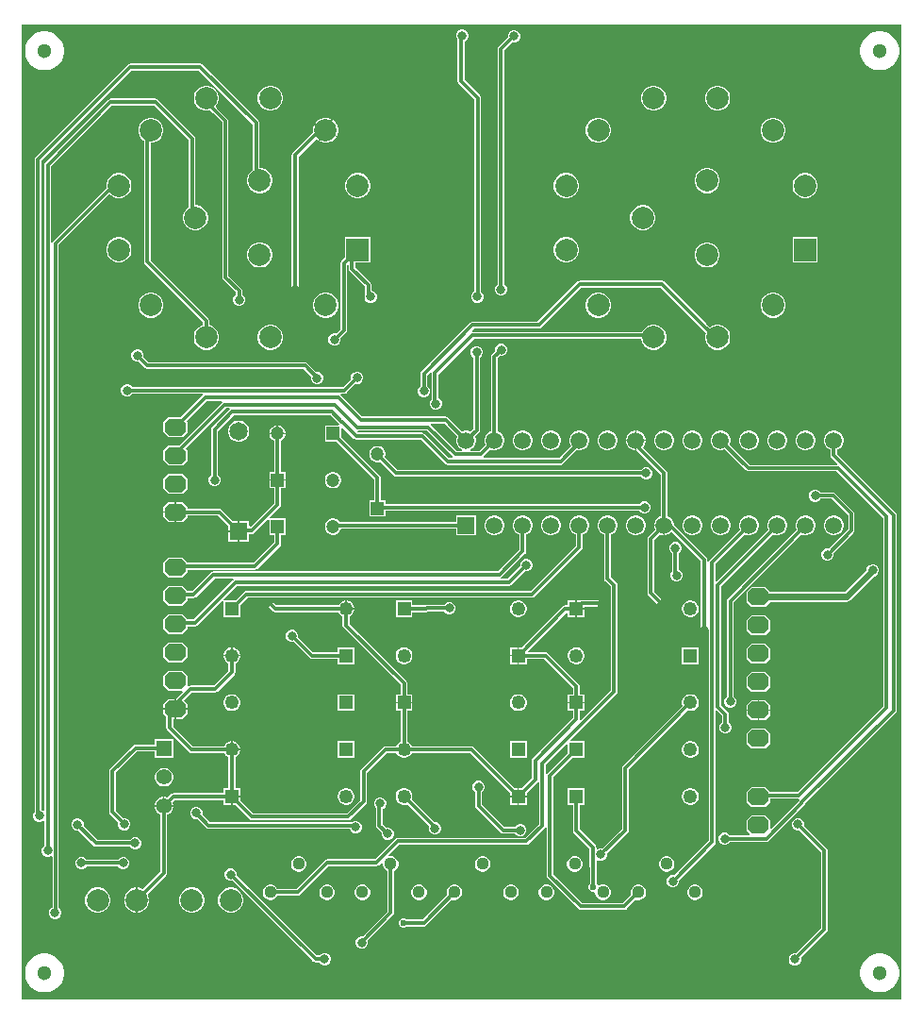
<source format=gbl>
G04*
G04 #@! TF.GenerationSoftware,Altium Limited,Altium Designer,23.3.1 (30)*
G04*
G04 Layer_Physical_Order=2*
G04 Layer_Color=16711680*
%FSLAX44Y44*%
%MOMM*%
G71*
G04*
G04 #@! TF.SameCoordinates,649CD447-C1A0-469D-A239-E437E7B1C979*
G04*
G04*
G04 #@! TF.FilePolarity,Positive*
G04*
G01*
G75*
%ADD12C,0.6000*%
%ADD17R,1.2000X1.2000*%
%ADD23C,1.2000*%
%ADD31C,1.2500*%
%ADD32R,1.2500X1.2500*%
%ADD33C,0.3500*%
%ADD34C,0.3000*%
G04:AMPARAMS|DCode=35|XSize=1.905mm|YSize=1.524mm|CornerRadius=0mm|HoleSize=0mm|Usage=FLASHONLY|Rotation=180.000|XOffset=0mm|YOffset=0mm|HoleType=Round|Shape=Octagon|*
%AMOCTAGOND35*
4,1,8,-0.9525,0.3810,-0.9525,-0.3810,-0.5715,-0.7620,0.5715,-0.7620,0.9525,-0.3810,0.9525,0.3810,0.5715,0.7620,-0.5715,0.7620,-0.9525,0.3810,0.0*
%
%ADD35OCTAGOND35*%

%ADD36C,2.0000*%
%ADD37C,1.1200*%
%ADD38C,1.3000*%
%ADD39R,1.2000X1.2000*%
%ADD40C,1.6500*%
%ADD41R,1.6500X1.6500*%
%ADD42C,1.5000*%
%ADD43R,1.5000X1.5000*%
%ADD44R,1.4000X1.4000*%
%ADD45C,1.4000*%
%ADD46R,2.0000X2.0000*%
%ADD47C,0.8000*%
%ADD48C,0.6000*%
G36*
X796500Y882000D02*
Y7250D01*
X7000D01*
Y882001D01*
X796500Y882000D01*
D02*
G37*
%LPC*%
G36*
X449844Y877000D02*
X447656D01*
X445634Y876163D01*
X444087Y874615D01*
X443250Y872594D01*
Y870406D01*
X443265Y870370D01*
X435073Y862177D01*
X434405Y861178D01*
X434171Y860000D01*
Y649178D01*
X434134Y649163D01*
X432587Y647616D01*
X431750Y645594D01*
Y643406D01*
X432587Y641385D01*
X434134Y639837D01*
X436156Y639000D01*
X438344D01*
X440365Y639837D01*
X441913Y641385D01*
X442750Y643406D01*
Y645594D01*
X441913Y647616D01*
X440365Y649163D01*
X440329Y649178D01*
Y858725D01*
X447620Y866015D01*
X447656Y866000D01*
X449844D01*
X451866Y866837D01*
X453413Y868384D01*
X454250Y870406D01*
Y872594D01*
X453413Y874615D01*
X451866Y876163D01*
X449844Y877000D01*
D02*
G37*
G36*
X778974Y876000D02*
X775526D01*
X772145Y875328D01*
X768961Y874008D01*
X766094Y872093D01*
X763657Y869656D01*
X761742Y866789D01*
X760423Y863605D01*
X759750Y860224D01*
Y856776D01*
X760423Y853395D01*
X761742Y850211D01*
X763657Y847344D01*
X766094Y844907D01*
X768961Y842992D01*
X772145Y841673D01*
X775526Y841000D01*
X778974D01*
X782355Y841673D01*
X785539Y842992D01*
X788406Y844907D01*
X790843Y847344D01*
X792758Y850211D01*
X794078Y853395D01*
X794750Y856776D01*
Y860224D01*
X794078Y863605D01*
X792758Y866789D01*
X790843Y869656D01*
X788406Y872093D01*
X785539Y874008D01*
X782355Y875328D01*
X778974Y876000D01*
D02*
G37*
G36*
X28974D02*
X25526D01*
X22145Y875328D01*
X18961Y874008D01*
X16094Y872093D01*
X13657Y869656D01*
X11742Y866789D01*
X10423Y863605D01*
X9750Y860224D01*
Y856776D01*
X10423Y853395D01*
X11742Y850211D01*
X13657Y847344D01*
X16094Y844907D01*
X18961Y842992D01*
X22145Y841673D01*
X25526Y841000D01*
X28974D01*
X32355Y841673D01*
X35539Y842992D01*
X38406Y844907D01*
X40843Y847344D01*
X42758Y850211D01*
X44078Y853395D01*
X44750Y856776D01*
Y860224D01*
X44078Y863605D01*
X42758Y866789D01*
X40843Y869656D01*
X38406Y872093D01*
X35539Y874008D01*
X32355Y875328D01*
X28974Y876000D01*
D02*
G37*
G36*
X633213Y827146D02*
X630245D01*
X627379Y826378D01*
X624809Y824894D01*
X622711Y822796D01*
X621227Y820226D01*
X620459Y817359D01*
Y814392D01*
X621227Y811526D01*
X622711Y808956D01*
X624809Y806858D01*
X627379Y805374D01*
X630245Y804606D01*
X633213D01*
X636079Y805374D01*
X638649Y806858D01*
X640747Y808956D01*
X642231Y811526D01*
X642999Y814392D01*
Y817359D01*
X642231Y820226D01*
X640747Y822796D01*
X638649Y824894D01*
X636079Y826378D01*
X633213Y827146D01*
D02*
G37*
G36*
X575755D02*
X572787D01*
X569921Y826378D01*
X567351Y824894D01*
X565253Y822796D01*
X563769Y820226D01*
X563001Y817359D01*
Y814392D01*
X563769Y811526D01*
X565253Y808956D01*
X567351Y806858D01*
X569921Y805374D01*
X572787Y804606D01*
X575755D01*
X578621Y805374D01*
X581191Y806858D01*
X583289Y808956D01*
X584773Y811526D01*
X585541Y814392D01*
Y817359D01*
X584773Y820226D01*
X583289Y822796D01*
X581191Y824894D01*
X578621Y826378D01*
X575755Y827146D01*
D02*
G37*
G36*
X231463D02*
X228495D01*
X225629Y826378D01*
X223059Y824894D01*
X220961Y822796D01*
X219477Y820226D01*
X218709Y817359D01*
Y814392D01*
X219477Y811526D01*
X220961Y808956D01*
X223059Y806858D01*
X225629Y805374D01*
X228495Y804606D01*
X231463D01*
X234329Y805374D01*
X236899Y806858D01*
X238997Y808956D01*
X240481Y811526D01*
X241249Y814392D01*
Y817359D01*
X240481Y820226D01*
X238997Y822796D01*
X236899Y824894D01*
X234329Y826378D01*
X231463Y827146D01*
D02*
G37*
G36*
X281223Y798417D02*
X278255D01*
X275389Y797649D01*
X272819Y796165D01*
X270721Y794067D01*
X270296Y793332D01*
X279506Y788014D01*
X284824Y797225D01*
X284089Y797649D01*
X281223Y798417D01*
D02*
G37*
G36*
X285924Y796590D02*
X280606Y787379D01*
X289816Y782062D01*
X290241Y782797D01*
X291009Y785663D01*
Y788631D01*
X290241Y791497D01*
X288757Y794067D01*
X286659Y796165D01*
X285924Y796590D01*
D02*
G37*
G36*
X269661Y792232D02*
X269237Y791497D01*
X268469Y788631D01*
Y785663D01*
X268536Y785412D01*
X250073Y766948D01*
X249405Y765949D01*
X249171Y764771D01*
Y644250D01*
X249405Y643072D01*
X250073Y642073D01*
X251072Y641405D01*
X252250Y641171D01*
X253428Y641405D01*
X254427Y642073D01*
X255095Y643072D01*
X255329Y644250D01*
Y763496D01*
X271390Y779557D01*
X272819Y778129D01*
X273554Y777704D01*
X278871Y786914D01*
X269661Y792232D01*
D02*
G37*
G36*
X525995Y798417D02*
X523027D01*
X520161Y797649D01*
X517591Y796165D01*
X515493Y794067D01*
X514009Y791497D01*
X513241Y788631D01*
Y785663D01*
X514009Y782797D01*
X515493Y780227D01*
X517591Y778129D01*
X520161Y776645D01*
X523027Y775877D01*
X525995D01*
X528861Y776645D01*
X531431Y778129D01*
X533529Y780227D01*
X535013Y782797D01*
X535781Y785663D01*
Y788631D01*
X535013Y791497D01*
X533529Y794067D01*
X531431Y796165D01*
X528861Y797649D01*
X525995Y798417D01*
D02*
G37*
G36*
X682973Y798417D02*
X680005D01*
X677139Y797649D01*
X674569Y796165D01*
X672471Y794067D01*
X670987Y791497D01*
X670219Y788631D01*
Y785663D01*
X670987Y782797D01*
X672471Y780227D01*
X674569Y778129D01*
X677139Y776645D01*
X680005Y775877D01*
X682973D01*
X685839Y776645D01*
X688409Y778129D01*
X690507Y780227D01*
X691991Y782797D01*
X692759Y785663D01*
Y788631D01*
X691991Y791497D01*
X690507Y794067D01*
X688409Y796165D01*
X685839Y797649D01*
X682973Y798417D01*
D02*
G37*
G36*
X279971Y786279D02*
X274654Y777069D01*
X275389Y776645D01*
X278255Y775877D01*
X281223D01*
X284089Y776645D01*
X286659Y778129D01*
X288757Y780227D01*
X289181Y780962D01*
X279971Y786279D01*
D02*
G37*
G36*
X623734Y753270D02*
X620766D01*
X617900Y752502D01*
X615330Y751018D01*
X613232Y748920D01*
X611748Y746350D01*
X610980Y743484D01*
Y740516D01*
X611748Y737650D01*
X613232Y735080D01*
X615330Y732982D01*
X617900Y731498D01*
X620766Y730730D01*
X623734D01*
X626600Y731498D01*
X629170Y732982D01*
X631268Y735080D01*
X632752Y737650D01*
X633520Y740516D01*
Y743484D01*
X632752Y746350D01*
X631268Y748920D01*
X629170Y751018D01*
X626600Y752502D01*
X623734Y753270D01*
D02*
G37*
G36*
X167000Y847079D02*
X104500D01*
X103322Y846845D01*
X102323Y846177D01*
X19323Y763177D01*
X18655Y762178D01*
X18421Y761000D01*
Y213000D01*
X18421Y213000D01*
Y175949D01*
X17837Y175366D01*
X17000Y173344D01*
Y171156D01*
X17837Y169135D01*
X19384Y167587D01*
X21406Y166750D01*
X23594D01*
X25615Y167587D01*
X25901Y167873D01*
X27171Y167347D01*
Y145428D01*
X27134Y145413D01*
X25587Y143865D01*
X24750Y141844D01*
Y139656D01*
X25587Y137634D01*
X27134Y136087D01*
X29156Y135250D01*
X31344D01*
X33156Y136000D01*
X34426Y135488D01*
Y90240D01*
X33635Y89913D01*
X32087Y88365D01*
X31250Y86344D01*
Y84156D01*
X32087Y82135D01*
X33635Y80587D01*
X35656Y79750D01*
X37844D01*
X39866Y80587D01*
X41413Y82135D01*
X42250Y84156D01*
Y86344D01*
X41413Y88365D01*
X40074Y89704D01*
Y684548D01*
X85504Y729977D01*
X87112Y728369D01*
X89682Y726885D01*
X92549Y726117D01*
X95516D01*
X98382Y726885D01*
X100952Y728369D01*
X103050Y730467D01*
X104534Y733037D01*
X105302Y735903D01*
Y738871D01*
X104534Y741737D01*
X103050Y744307D01*
X100952Y746405D01*
X98382Y747889D01*
X95516Y748657D01*
X92549D01*
X89682Y747889D01*
X87112Y746405D01*
X85014Y744307D01*
X83530Y741737D01*
X82762Y738871D01*
Y735903D01*
X82906Y735368D01*
X35253Y687715D01*
X34641Y686799D01*
X34599Y686590D01*
X33329Y686715D01*
Y754975D01*
X87775Y809421D01*
X125725D01*
X156514Y778632D01*
Y724315D01*
Y718071D01*
X155830Y717676D01*
X153732Y715578D01*
X152248Y713008D01*
X151480Y710142D01*
Y707174D01*
X152248Y704308D01*
X153732Y701738D01*
X155830Y699640D01*
X158400Y698156D01*
X161266Y697388D01*
X164234D01*
X167100Y698156D01*
X169670Y699640D01*
X171768Y701738D01*
X173252Y704308D01*
X174020Y707174D01*
Y710142D01*
X173252Y713008D01*
X171768Y715578D01*
X169670Y717676D01*
X167100Y719160D01*
X164234Y719928D01*
X162672D01*
Y724315D01*
Y779907D01*
X162672Y779907D01*
X162438Y781085D01*
X161770Y782084D01*
X161770Y782084D01*
X129177Y814677D01*
X128178Y815345D01*
X127000Y815579D01*
X86500D01*
X86500Y815579D01*
X85322Y815345D01*
X84323Y814677D01*
X28073Y758427D01*
X27405Y757428D01*
X27171Y756250D01*
Y177153D01*
X25901Y176627D01*
X25615Y176913D01*
X24579Y177342D01*
Y213000D01*
X24579Y213000D01*
Y759725D01*
X105775Y840921D01*
X165725D01*
X214264Y792382D01*
Y757657D01*
Y751413D01*
X213580Y751018D01*
X211482Y748920D01*
X209998Y746350D01*
X209230Y743484D01*
Y740516D01*
X209998Y737650D01*
X211482Y735080D01*
X213580Y732982D01*
X216150Y731498D01*
X219016Y730730D01*
X221984D01*
X224850Y731498D01*
X227420Y732982D01*
X229518Y735080D01*
X231002Y737650D01*
X231770Y740516D01*
Y743484D01*
X231002Y746350D01*
X229518Y748920D01*
X227420Y751018D01*
X224850Y752502D01*
X221984Y753270D01*
X220422D01*
Y757657D01*
Y793657D01*
X220188Y794835D01*
X219520Y795834D01*
X169177Y846177D01*
X168178Y846845D01*
X167000Y847079D01*
D02*
G37*
G36*
X497266Y748657D02*
X494299D01*
X491432Y747889D01*
X488862Y746405D01*
X486764Y744307D01*
X485280Y741737D01*
X484512Y738871D01*
Y735903D01*
X485280Y733037D01*
X486764Y730467D01*
X488862Y728369D01*
X491432Y726885D01*
X494299Y726117D01*
X497266D01*
X500132Y726885D01*
X502702Y728369D01*
X504800Y730467D01*
X506284Y733037D01*
X507052Y735903D01*
Y738871D01*
X506284Y741737D01*
X504800Y744307D01*
X502702Y746405D01*
X500132Y747889D01*
X497266Y748657D01*
D02*
G37*
G36*
X711702Y748657D02*
X708734D01*
X705868Y747889D01*
X703298Y746405D01*
X701199Y744307D01*
X699716Y741737D01*
X698948Y738871D01*
Y735903D01*
X699716Y733037D01*
X701199Y730467D01*
X703298Y728369D01*
X705868Y726885D01*
X708734Y726117D01*
X711702D01*
X714568Y726885D01*
X717138Y728369D01*
X719236Y730467D01*
X720720Y733037D01*
X721488Y735903D01*
Y738871D01*
X720720Y741737D01*
X719236Y744307D01*
X717138Y746405D01*
X714568Y747889D01*
X711702Y748657D01*
D02*
G37*
G36*
X309951D02*
X306984D01*
X304118Y747889D01*
X301548Y746405D01*
X299450Y744307D01*
X297966Y741737D01*
X297198Y738871D01*
Y735903D01*
X297966Y733037D01*
X299450Y730467D01*
X301548Y728369D01*
X304118Y726885D01*
X306984Y726117D01*
X309951D01*
X312818Y726885D01*
X315388Y728369D01*
X317486Y730467D01*
X318970Y733037D01*
X319738Y735903D01*
Y738871D01*
X318970Y741737D01*
X317486Y744307D01*
X315388Y746405D01*
X312818Y747889D01*
X309951Y748657D01*
D02*
G37*
G36*
X565984Y719928D02*
X563016D01*
X560150Y719160D01*
X557580Y717676D01*
X555482Y715578D01*
X553998Y713008D01*
X553230Y710142D01*
Y707174D01*
X553998Y704308D01*
X555482Y701738D01*
X557580Y699640D01*
X560150Y698156D01*
X563016Y697388D01*
X565984D01*
X568850Y698156D01*
X571420Y699640D01*
X573518Y701738D01*
X575002Y704308D01*
X575770Y707174D01*
Y710142D01*
X575002Y713008D01*
X573518Y715578D01*
X571420Y717676D01*
X568850Y719160D01*
X565984Y719928D01*
D02*
G37*
G36*
X497266Y691199D02*
X494299D01*
X491432Y690431D01*
X488862Y688947D01*
X486764Y686849D01*
X485280Y684279D01*
X484512Y681413D01*
Y678445D01*
X485280Y675579D01*
X486764Y673009D01*
X488862Y670911D01*
X491432Y669427D01*
X494299Y668659D01*
X497266D01*
X500132Y669427D01*
X502702Y670911D01*
X504800Y673009D01*
X506284Y675579D01*
X507052Y678445D01*
Y681413D01*
X506284Y684279D01*
X504800Y686849D01*
X502702Y688947D01*
X500132Y690431D01*
X497266Y691199D01*
D02*
G37*
G36*
X95516D02*
X92549D01*
X89682Y690431D01*
X87112Y688947D01*
X85014Y686849D01*
X83530Y684279D01*
X82762Y681413D01*
Y678445D01*
X83530Y675579D01*
X85014Y673009D01*
X87112Y670911D01*
X89682Y669427D01*
X92549Y668659D01*
X95516D01*
X98382Y669427D01*
X100952Y670911D01*
X103050Y673009D01*
X104534Y675579D01*
X105302Y678445D01*
Y681413D01*
X104534Y684279D01*
X103050Y686849D01*
X100952Y688947D01*
X98382Y690431D01*
X95516Y691199D01*
D02*
G37*
G36*
X721488Y691199D02*
X698948D01*
Y668659D01*
X721488D01*
Y691199D01*
D02*
G37*
G36*
X623734Y686586D02*
X620766D01*
X617900Y685818D01*
X615330Y684334D01*
X613232Y682236D01*
X611748Y679666D01*
X610980Y676800D01*
Y673832D01*
X611748Y670966D01*
X613232Y668396D01*
X615330Y666298D01*
X617900Y664814D01*
X620766Y664046D01*
X623734D01*
X626600Y664814D01*
X629170Y666298D01*
X631268Y668396D01*
X632752Y670966D01*
X633520Y673832D01*
Y676800D01*
X632752Y679666D01*
X631268Y682236D01*
X629170Y684334D01*
X626600Y685818D01*
X623734Y686586D01*
D02*
G37*
G36*
X221984D02*
X219016D01*
X216150Y685818D01*
X213580Y684334D01*
X211482Y682236D01*
X209998Y679666D01*
X209230Y676800D01*
Y673832D01*
X209998Y670966D01*
X211482Y668396D01*
X213580Y666298D01*
X216150Y664814D01*
X219016Y664046D01*
X221984D01*
X224850Y664814D01*
X227420Y666298D01*
X229518Y668396D01*
X231002Y670966D01*
X231770Y673832D01*
Y676800D01*
X231002Y679666D01*
X229518Y682236D01*
X227420Y684334D01*
X224850Y685818D01*
X221984Y686586D01*
D02*
G37*
G36*
X403344Y877500D02*
X401156D01*
X399134Y876663D01*
X397587Y875116D01*
X396750Y873094D01*
Y870906D01*
X397587Y868885D01*
X398171Y868301D01*
Y831250D01*
X398405Y830072D01*
X399073Y829073D01*
X413171Y814975D01*
Y642635D01*
X412635Y642413D01*
X411087Y640865D01*
X410250Y638844D01*
Y636656D01*
X411087Y634635D01*
X412635Y633087D01*
X414656Y632250D01*
X416844D01*
X418866Y633087D01*
X420413Y634635D01*
X421250Y636656D01*
Y638844D01*
X420413Y640865D01*
X419329Y641949D01*
Y816250D01*
X419095Y817428D01*
X418427Y818427D01*
X404329Y832525D01*
Y866908D01*
X405365Y867337D01*
X406913Y868885D01*
X407750Y870906D01*
Y873094D01*
X406913Y875116D01*
X405365Y876663D01*
X403344Y877500D01*
D02*
G37*
G36*
X319738Y691199D02*
X297198D01*
Y673337D01*
X294003Y670142D01*
X293391Y669226D01*
X293176Y668145D01*
X293176Y668145D01*
Y637464D01*
Y608670D01*
X289135Y604629D01*
X288844Y604750D01*
X286656D01*
X284634Y603913D01*
X283087Y602365D01*
X282250Y600344D01*
Y598156D01*
X283087Y596134D01*
X284634Y594587D01*
X286656Y593750D01*
X288844D01*
X290865Y594587D01*
X292413Y596134D01*
X293250Y598156D01*
Y600344D01*
X293129Y600635D01*
X297997Y605503D01*
X297997Y605503D01*
X298609Y606419D01*
X298824Y607500D01*
X298824Y607500D01*
Y637464D01*
Y666161D01*
X299123Y666365D01*
X300394Y665694D01*
Y663032D01*
X300394Y663032D01*
X300609Y661952D01*
X301221Y661035D01*
X315320Y646936D01*
Y640823D01*
X314500Y638844D01*
Y636656D01*
X315337Y634635D01*
X316884Y633087D01*
X318906Y632250D01*
X321094D01*
X323116Y633087D01*
X324663Y634635D01*
X325500Y636656D01*
Y638844D01*
X324663Y640865D01*
X323116Y642413D01*
X321094Y643250D01*
X320968D01*
Y648106D01*
X320753Y649187D01*
X320141Y650103D01*
X320141Y650103D01*
X306042Y664202D01*
Y668659D01*
X319738D01*
Y691199D01*
D02*
G37*
G36*
X174005Y827146D02*
X171037D01*
X168171Y826378D01*
X165601Y824894D01*
X163503Y822796D01*
X162019Y820226D01*
X161251Y817359D01*
Y814392D01*
X162019Y811526D01*
X163503Y808956D01*
X165601Y806858D01*
X168171Y805374D01*
X171037Y804606D01*
X174005D01*
X175998Y805140D01*
X178394Y802743D01*
X178394Y802743D01*
X186676Y794462D01*
Y655500D01*
X186676Y655500D01*
X186891Y654419D01*
X187503Y653503D01*
X199176Y641830D01*
Y639783D01*
X198885Y639663D01*
X197337Y638116D01*
X196500Y636094D01*
Y633906D01*
X197337Y631884D01*
X198885Y630337D01*
X200906Y629500D01*
X203094D01*
X205116Y630337D01*
X206663Y631884D01*
X207500Y633906D01*
Y636094D01*
X206663Y638116D01*
X205116Y639663D01*
X204824Y639783D01*
Y643000D01*
X204609Y644081D01*
X203997Y644997D01*
X203997Y644997D01*
X192324Y656670D01*
Y795631D01*
X192324Y795631D01*
X192109Y796712D01*
X191497Y797628D01*
X182388Y806737D01*
X182388Y806737D01*
X180854Y808271D01*
X181539Y808956D01*
X183023Y811526D01*
X183791Y814392D01*
Y817359D01*
X183023Y820226D01*
X181539Y822796D01*
X179441Y824894D01*
X176871Y826378D01*
X174005Y827146D01*
D02*
G37*
G36*
X525995Y641439D02*
X523027D01*
X520161Y640671D01*
X517591Y639187D01*
X515493Y637089D01*
X514009Y634519D01*
X513241Y631653D01*
Y628685D01*
X514009Y625819D01*
X515493Y623249D01*
X517591Y621151D01*
X520161Y619667D01*
X523027Y618899D01*
X525995D01*
X528861Y619667D01*
X531431Y621151D01*
X533529Y623249D01*
X535013Y625819D01*
X535781Y628685D01*
Y631653D01*
X535013Y634519D01*
X533529Y637089D01*
X531431Y639187D01*
X528861Y640671D01*
X525995Y641439D01*
D02*
G37*
G36*
X124245D02*
X121277D01*
X118411Y640671D01*
X115841Y639187D01*
X113743Y637089D01*
X112259Y634519D01*
X111491Y631653D01*
Y628685D01*
X112259Y625819D01*
X113743Y623249D01*
X115841Y621151D01*
X118411Y619667D01*
X121277Y618899D01*
X124245D01*
X127111Y619667D01*
X129681Y621151D01*
X131779Y623249D01*
X133263Y625819D01*
X134031Y628685D01*
Y631653D01*
X133263Y634519D01*
X131779Y637089D01*
X129681Y639187D01*
X127111Y640671D01*
X124245Y641439D01*
D02*
G37*
G36*
X682973Y641439D02*
X680005D01*
X677139Y640671D01*
X674569Y639187D01*
X672471Y637089D01*
X670987Y634519D01*
X670219Y631653D01*
Y628685D01*
X670987Y625819D01*
X672471Y623249D01*
X674569Y621151D01*
X677139Y619667D01*
X680005Y618899D01*
X682973D01*
X685839Y619667D01*
X688409Y621151D01*
X690507Y623249D01*
X691991Y625819D01*
X692759Y628685D01*
Y631653D01*
X691991Y634519D01*
X690507Y637089D01*
X688409Y639187D01*
X685839Y640671D01*
X682973Y641439D01*
D02*
G37*
G36*
X281223D02*
X278255D01*
X275389Y640671D01*
X272819Y639187D01*
X270721Y637089D01*
X269237Y634519D01*
X268469Y631653D01*
Y628685D01*
X269237Y625819D01*
X270721Y623249D01*
X272819Y621151D01*
X275389Y619667D01*
X278255Y618899D01*
X281223D01*
X284089Y619667D01*
X286659Y621151D01*
X288757Y623249D01*
X290241Y625819D01*
X291009Y628685D01*
Y631653D01*
X290241Y634519D01*
X288757Y637089D01*
X286659Y639187D01*
X284089Y640671D01*
X281223Y641439D01*
D02*
G37*
G36*
X581789Y652329D02*
X508000D01*
X506822Y652095D01*
X505823Y651427D01*
X469935Y615539D01*
X411790D01*
X410612Y615305D01*
X409613Y614637D01*
X409613Y614637D01*
X365823Y570847D01*
X365155Y569848D01*
X364921Y568670D01*
Y557928D01*
X364884Y557913D01*
X363337Y556366D01*
X362500Y554344D01*
Y552156D01*
X363337Y550135D01*
X364884Y548587D01*
X366906Y547750D01*
X369094D01*
X371115Y548587D01*
X372663Y550135D01*
X373500Y552156D01*
Y554344D01*
X372663Y556366D01*
X371115Y557913D01*
X371079Y557928D01*
Y567395D01*
X373681Y569997D01*
X374778Y569458D01*
X374861Y569380D01*
Y546139D01*
X373837Y545116D01*
X373000Y543094D01*
Y540906D01*
X373837Y538885D01*
X375384Y537337D01*
X377406Y536500D01*
X379594D01*
X381615Y537337D01*
X383163Y538885D01*
X384000Y540906D01*
Y543094D01*
X383163Y545116D01*
X381615Y546663D01*
X381019Y546910D01*
Y568142D01*
X412898Y600021D01*
X563001D01*
Y599957D01*
X563769Y597090D01*
X565253Y594520D01*
X567351Y592422D01*
X569921Y590938D01*
X572787Y590170D01*
X575755D01*
X578621Y590938D01*
X581191Y592422D01*
X583289Y594520D01*
X584773Y597090D01*
X585541Y599957D01*
Y602924D01*
X584773Y605790D01*
X583289Y608360D01*
X581191Y610458D01*
X578621Y611942D01*
X575755Y612710D01*
X572787D01*
X569921Y611942D01*
X567351Y610458D01*
X565253Y608360D01*
X563994Y606179D01*
X411660D01*
X411582Y606262D01*
X411043Y607359D01*
X413065Y609381D01*
X471210D01*
X472388Y609615D01*
X473387Y610283D01*
X509275Y646171D01*
X580514D01*
X617038Y609647D01*
X621157Y605528D01*
X620459Y602924D01*
Y599957D01*
X621227Y597090D01*
X622711Y594520D01*
X624809Y592422D01*
X627379Y590938D01*
X630245Y590170D01*
X633213D01*
X636079Y590938D01*
X638649Y592422D01*
X640747Y594520D01*
X642231Y597090D01*
X642999Y599957D01*
Y602924D01*
X642231Y605790D01*
X640747Y608360D01*
X638649Y610458D01*
X636079Y611942D01*
X633213Y612710D01*
X630245D01*
X627379Y611942D01*
X624889Y610505D01*
X621393Y614002D01*
X583967Y651427D01*
X582968Y652095D01*
X581789Y652329D01*
D02*
G37*
G36*
X231463Y612710D02*
X228495D01*
X225629Y611942D01*
X223059Y610458D01*
X220961Y608360D01*
X219477Y605790D01*
X218709Y602924D01*
Y599957D01*
X219477Y597090D01*
X220961Y594520D01*
X223059Y592422D01*
X225629Y590938D01*
X228495Y590170D01*
X231463D01*
X234329Y590938D01*
X236899Y592422D01*
X238997Y594520D01*
X240481Y597090D01*
X241249Y599957D01*
Y602924D01*
X240481Y605790D01*
X238997Y608360D01*
X236899Y610458D01*
X234329Y611942D01*
X231463Y612710D01*
D02*
G37*
G36*
X124245Y798417D02*
X121277D01*
X118411Y797649D01*
X115841Y796165D01*
X113743Y794067D01*
X112259Y791497D01*
X111491Y788631D01*
Y785663D01*
X112259Y782797D01*
X113743Y780227D01*
X115841Y778129D01*
X116684Y777642D01*
Y669242D01*
X116684Y669242D01*
X116899Y668161D01*
X117511Y667245D01*
X169697Y615059D01*
Y612351D01*
X168171Y611942D01*
X165601Y610458D01*
X163503Y608360D01*
X162019Y605790D01*
X161251Y602924D01*
Y599957D01*
X162019Y597090D01*
X163503Y594520D01*
X165601Y592422D01*
X168171Y590938D01*
X171037Y590170D01*
X174005D01*
X176871Y590938D01*
X179441Y592422D01*
X181539Y594520D01*
X183023Y597090D01*
X183791Y599957D01*
Y602924D01*
X183023Y605790D01*
X181539Y608360D01*
X179441Y610458D01*
X176871Y611942D01*
X175345Y612351D01*
Y616229D01*
X175130Y617310D01*
X174518Y618226D01*
X174518Y618226D01*
X122333Y670412D01*
Y775877D01*
X124245D01*
X127111Y776645D01*
X129681Y778129D01*
X131779Y780227D01*
X133263Y782797D01*
X134031Y785663D01*
Y788631D01*
X133263Y791497D01*
X131779Y794067D01*
X129681Y796165D01*
X127111Y797649D01*
X124245Y798417D01*
D02*
G37*
G36*
X111844Y590500D02*
X109656D01*
X107634Y589663D01*
X106087Y588116D01*
X105250Y586094D01*
Y583906D01*
X106087Y581884D01*
X107634Y580337D01*
X109656Y579500D01*
X111844D01*
X112135Y579621D01*
X117753Y574003D01*
X117753Y574003D01*
X118669Y573391D01*
X119750Y573176D01*
X119750Y573176D01*
X260080D01*
X266767Y566489D01*
X266500Y565844D01*
Y563656D01*
X267337Y561634D01*
X268885Y560087D01*
X270906Y559250D01*
X273094D01*
X275116Y560087D01*
X276663Y561634D01*
X277500Y563656D01*
Y565844D01*
X276663Y567865D01*
X275116Y569413D01*
X273094Y570250D01*
X270994D01*
X263247Y577997D01*
X262331Y578609D01*
X261250Y578824D01*
X261250Y578824D01*
X120920D01*
X116129Y583615D01*
X116250Y583906D01*
Y586094D01*
X115413Y588116D01*
X113865Y589663D01*
X111844Y590500D01*
D02*
G37*
G36*
X237307Y522240D02*
X236985D01*
Y515605D01*
X243620D01*
Y515927D01*
X243125Y517776D01*
X242167Y519434D01*
X240814Y520787D01*
X239156Y521744D01*
X237307Y522240D01*
D02*
G37*
G36*
X235715D02*
X235393D01*
X233544Y521744D01*
X231886Y520787D01*
X230533Y519434D01*
X229575Y517776D01*
X229080Y515927D01*
Y515605D01*
X235715D01*
Y522240D01*
D02*
G37*
G36*
X559455Y517620D02*
X558935D01*
Y509485D01*
X567070D01*
Y510005D01*
X566472Y512235D01*
X565318Y514235D01*
X563685Y515868D01*
X561685Y517022D01*
X559455Y517620D01*
D02*
G37*
G36*
X557665D02*
X557145D01*
X554915Y517022D01*
X552915Y515868D01*
X551282Y514235D01*
X550128Y512235D01*
X549530Y510005D01*
Y509485D01*
X557665D01*
Y517620D01*
D02*
G37*
G36*
X202913Y526730D02*
X200407D01*
X197985Y526081D01*
X195815Y524828D01*
X194042Y523055D01*
X192789Y520885D01*
X192140Y518463D01*
Y515957D01*
X192789Y513535D01*
X194042Y511365D01*
X195815Y509592D01*
X197985Y508339D01*
X200407Y507690D01*
X202913D01*
X205335Y508339D01*
X207505Y509592D01*
X209278Y511365D01*
X210531Y513535D01*
X211180Y515957D01*
Y518463D01*
X210531Y520885D01*
X209278Y523055D01*
X207505Y524828D01*
X205335Y526081D01*
X202913Y526730D01*
D02*
G37*
G36*
X711855Y517620D02*
X709545D01*
X707315Y517022D01*
X705315Y515868D01*
X703682Y514235D01*
X702528Y512235D01*
X701930Y510005D01*
Y507695D01*
X702528Y505465D01*
X703682Y503465D01*
X705315Y501832D01*
X707315Y500678D01*
X709545Y500080D01*
X711855D01*
X714085Y500678D01*
X716085Y501832D01*
X717718Y503465D01*
X718872Y505465D01*
X719470Y507695D01*
Y510005D01*
X718872Y512235D01*
X717718Y514235D01*
X716085Y515868D01*
X714085Y517022D01*
X711855Y517620D01*
D02*
G37*
G36*
X686455D02*
X684145D01*
X681915Y517022D01*
X679915Y515868D01*
X678282Y514235D01*
X677128Y512235D01*
X676530Y510005D01*
Y507695D01*
X677128Y505465D01*
X678282Y503465D01*
X679915Y501832D01*
X681915Y500678D01*
X684145Y500080D01*
X686455D01*
X688685Y500678D01*
X690685Y501832D01*
X692318Y503465D01*
X693472Y505465D01*
X694070Y507695D01*
Y510005D01*
X693472Y512235D01*
X692318Y514235D01*
X690685Y515868D01*
X688685Y517022D01*
X686455Y517620D01*
D02*
G37*
G36*
X661055D02*
X658745D01*
X656515Y517022D01*
X654515Y515868D01*
X652882Y514235D01*
X651728Y512235D01*
X651130Y510005D01*
Y507695D01*
X651728Y505465D01*
X652882Y503465D01*
X654515Y501832D01*
X656515Y500678D01*
X658745Y500080D01*
X661055D01*
X663285Y500678D01*
X665285Y501832D01*
X666918Y503465D01*
X668072Y505465D01*
X668670Y507695D01*
Y510005D01*
X668072Y512235D01*
X666918Y514235D01*
X665285Y515868D01*
X663285Y517022D01*
X661055Y517620D01*
D02*
G37*
G36*
X610255D02*
X607945D01*
X605715Y517022D01*
X603715Y515868D01*
X602082Y514235D01*
X600928Y512235D01*
X600330Y510005D01*
Y507695D01*
X600928Y505465D01*
X602082Y503465D01*
X603715Y501832D01*
X605715Y500678D01*
X607945Y500080D01*
X610255D01*
X612485Y500678D01*
X614485Y501832D01*
X616118Y503465D01*
X617272Y505465D01*
X617870Y507695D01*
Y510005D01*
X617272Y512235D01*
X616118Y514235D01*
X614485Y515868D01*
X612485Y517022D01*
X610255Y517620D01*
D02*
G37*
G36*
X584855D02*
X582545D01*
X580315Y517022D01*
X578315Y515868D01*
X576682Y514235D01*
X575528Y512235D01*
X574930Y510005D01*
Y507695D01*
X575528Y505465D01*
X576682Y503465D01*
X578315Y501832D01*
X580315Y500678D01*
X582545Y500080D01*
X584855D01*
X587085Y500678D01*
X589085Y501832D01*
X590718Y503465D01*
X591872Y505465D01*
X592470Y507695D01*
Y510005D01*
X591872Y512235D01*
X590718Y514235D01*
X589085Y515868D01*
X587085Y517022D01*
X584855Y517620D01*
D02*
G37*
G36*
X557665Y508215D02*
X549530D01*
Y507695D01*
X550128Y505465D01*
X551282Y503465D01*
X552915Y501832D01*
X554915Y500678D01*
X557145Y500080D01*
X557665D01*
Y508215D01*
D02*
G37*
G36*
X534055Y517620D02*
X531745D01*
X529515Y517022D01*
X527515Y515868D01*
X525882Y514235D01*
X524728Y512235D01*
X524130Y510005D01*
Y507695D01*
X524728Y505465D01*
X525882Y503465D01*
X527515Y501832D01*
X529515Y500678D01*
X531745Y500080D01*
X534055D01*
X536285Y500678D01*
X538285Y501832D01*
X539918Y503465D01*
X541072Y505465D01*
X541670Y507695D01*
Y510005D01*
X541072Y512235D01*
X539918Y514235D01*
X538285Y515868D01*
X536285Y517022D01*
X534055Y517620D01*
D02*
G37*
G36*
X483255D02*
X480945D01*
X478715Y517022D01*
X476715Y515868D01*
X475082Y514235D01*
X473928Y512235D01*
X473330Y510005D01*
Y507695D01*
X473928Y505465D01*
X475082Y503465D01*
X476715Y501832D01*
X478715Y500678D01*
X480945Y500080D01*
X483255D01*
X485485Y500678D01*
X487485Y501832D01*
X489118Y503465D01*
X490272Y505465D01*
X490870Y507695D01*
Y510005D01*
X490272Y512235D01*
X489118Y514235D01*
X487485Y515868D01*
X485485Y517022D01*
X483255Y517620D01*
D02*
G37*
G36*
X457855D02*
X455545D01*
X453315Y517022D01*
X451315Y515868D01*
X449682Y514235D01*
X448528Y512235D01*
X447930Y510005D01*
Y507695D01*
X448528Y505465D01*
X449682Y503465D01*
X451315Y501832D01*
X453315Y500678D01*
X455545Y500080D01*
X457855D01*
X460085Y500678D01*
X462085Y501832D01*
X463718Y503465D01*
X464872Y505465D01*
X465470Y507695D01*
Y510005D01*
X464872Y512235D01*
X463718Y514235D01*
X462085Y515868D01*
X460085Y517022D01*
X457855Y517620D01*
D02*
G37*
G36*
X438594Y595750D02*
X436406D01*
X434384Y594913D01*
X432837Y593366D01*
X432000Y591344D01*
Y589156D01*
X432015Y589120D01*
X429123Y586227D01*
X428455Y585228D01*
X428221Y584050D01*
Y517104D01*
X427915Y517022D01*
X425915Y515868D01*
X424282Y514235D01*
X423128Y512235D01*
X422530Y510005D01*
Y507695D01*
X423128Y505465D01*
X423286Y505191D01*
X417775Y499679D01*
X410096D01*
X409755Y500949D01*
X411285Y501832D01*
X412918Y503465D01*
X414072Y505465D01*
X414670Y507695D01*
Y510005D01*
X414072Y512235D01*
X413914Y512509D01*
X417427Y516023D01*
X418095Y517022D01*
X418329Y518200D01*
Y583422D01*
X418366Y583437D01*
X419913Y584985D01*
X420750Y587006D01*
Y589194D01*
X419913Y591216D01*
X418366Y592763D01*
X416344Y593600D01*
X414156D01*
X412135Y592763D01*
X410587Y591216D01*
X409750Y589194D01*
Y587006D01*
X410587Y584985D01*
X412135Y583437D01*
X412171Y583422D01*
Y519475D01*
X409559Y516864D01*
X409285Y517022D01*
X407055Y517620D01*
X404745D01*
X402515Y517022D01*
X402241Y516864D01*
X389677Y529427D01*
X388678Y530095D01*
X387500Y530329D01*
X312448D01*
X293121Y549656D01*
X293123Y549748D01*
X293517Y550926D01*
X296500D01*
X296500Y550926D01*
X297581Y551141D01*
X298497Y551753D01*
X306615Y559871D01*
X306906Y559750D01*
X309094D01*
X311115Y560587D01*
X312663Y562135D01*
X313500Y564156D01*
Y566344D01*
X312663Y568366D01*
X311115Y569913D01*
X309094Y570750D01*
X306906D01*
X304884Y569913D01*
X303337Y568366D01*
X302500Y566344D01*
Y564156D01*
X302621Y563865D01*
X295330Y556574D01*
X106283D01*
X106163Y556866D01*
X104615Y558413D01*
X102594Y559250D01*
X100406D01*
X98385Y558413D01*
X96837Y556866D01*
X96000Y554844D01*
Y552656D01*
X96837Y550634D01*
X98385Y549087D01*
X100406Y548250D01*
X102594D01*
X104615Y549087D01*
X106163Y550634D01*
X106283Y550926D01*
X168905D01*
X169299Y549748D01*
X169301Y549656D01*
X149285Y529640D01*
X138400D01*
X133955Y525195D01*
Y516305D01*
X138400Y511860D01*
X151100D01*
X155545Y516305D01*
Y525195D01*
X154547Y526193D01*
X172775Y544421D01*
X186563D01*
X186958Y543264D01*
X186962Y543151D01*
X148051Y504240D01*
X138400D01*
X133955Y499795D01*
Y490905D01*
X138400Y486460D01*
X151100D01*
X155545Y490905D01*
Y499795D01*
X153930Y501410D01*
X190441Y537921D01*
X193148D01*
X193543Y536764D01*
X193546Y536651D01*
X177823Y520927D01*
X177155Y519928D01*
X176921Y518750D01*
Y477928D01*
X176884Y477913D01*
X175337Y476366D01*
X174500Y474344D01*
Y472156D01*
X175337Y470135D01*
X176884Y468587D01*
X178906Y467750D01*
X181094D01*
X183116Y468587D01*
X184663Y470135D01*
X185500Y472156D01*
Y474344D01*
X184663Y476366D01*
X183116Y477913D01*
X183079Y477928D01*
Y517475D01*
X197025Y531421D01*
X283975D01*
X291853Y523543D01*
X291902Y523510D01*
X291516Y522240D01*
X279080D01*
Y507700D01*
X289265D01*
X323041Y473925D01*
Y455080D01*
X318850D01*
Y440540D01*
X333390D01*
Y445698D01*
X561350D01*
X561365Y445661D01*
X562912Y444114D01*
X564934Y443277D01*
X567122D01*
X569143Y444114D01*
X570690Y445661D01*
X571528Y447683D01*
Y449871D01*
X570690Y451892D01*
X569143Y453439D01*
X567122Y454277D01*
X564934D01*
X562912Y453439D01*
X561365Y451892D01*
X561350Y451856D01*
X333390D01*
Y455080D01*
X329199D01*
Y475200D01*
X328965Y476378D01*
X328297Y477377D01*
X293620Y512055D01*
Y520404D01*
X294793Y520890D01*
X305110Y510573D01*
X306109Y509905D01*
X307288Y509671D01*
X365224D01*
X386973Y487923D01*
X387972Y487255D01*
X389150Y487021D01*
X490600D01*
X491778Y487255D01*
X492777Y487923D01*
X505233Y500378D01*
X506345Y500080D01*
X508655D01*
X510885Y500678D01*
X512885Y501832D01*
X514518Y503465D01*
X515672Y505465D01*
X516270Y507695D01*
Y510005D01*
X515672Y512235D01*
X514518Y514235D01*
X512885Y515868D01*
X510885Y517022D01*
X508655Y517620D01*
X506345D01*
X504115Y517022D01*
X502115Y515868D01*
X500482Y514235D01*
X499328Y512235D01*
X498730Y510005D01*
Y507695D01*
X499328Y505465D01*
X500163Y504018D01*
X489325Y493179D01*
X421652D01*
X421257Y494336D01*
X421254Y494449D01*
X427641Y500836D01*
X427915Y500678D01*
X430145Y500080D01*
X432455D01*
X434685Y500678D01*
X436685Y501832D01*
X438318Y503465D01*
X439472Y505465D01*
X440070Y507695D01*
Y510005D01*
X439472Y512235D01*
X438318Y514235D01*
X436685Y515868D01*
X434685Y517022D01*
X434379Y517104D01*
Y582775D01*
X436370Y584765D01*
X436406Y584750D01*
X438594D01*
X440616Y585587D01*
X442163Y587135D01*
X443000Y589156D01*
Y591344D01*
X442163Y593366D01*
X440616Y594913D01*
X438594Y595750D01*
D02*
G37*
G36*
X737255Y517620D02*
X734945D01*
X732715Y517022D01*
X730715Y515868D01*
X729082Y514235D01*
X727928Y512235D01*
X727330Y510005D01*
Y507695D01*
X727928Y505465D01*
X729082Y503465D01*
X730715Y501832D01*
X732715Y500678D01*
X733021Y500596D01*
Y495782D01*
X733255Y494604D01*
X733923Y493605D01*
X739433Y488094D01*
X738907Y486824D01*
X660520D01*
X642382Y504962D01*
X642672Y505465D01*
X643270Y507695D01*
Y510005D01*
X642672Y512235D01*
X641518Y514235D01*
X639885Y515868D01*
X637885Y517022D01*
X635655Y517620D01*
X633345D01*
X631115Y517022D01*
X629115Y515868D01*
X627482Y514235D01*
X626328Y512235D01*
X625730Y510005D01*
Y507695D01*
X626328Y505465D01*
X627482Y503465D01*
X629115Y501832D01*
X631115Y500678D01*
X633345Y500080D01*
X635655D01*
X637885Y500678D01*
X638388Y500968D01*
X657353Y482003D01*
X657353Y482003D01*
X658269Y481391D01*
X659350Y481176D01*
X659350Y481176D01*
X738524D01*
X780176Y439524D01*
Y270009D01*
X703441Y193274D01*
X679045D01*
Y193445D01*
X674600Y197890D01*
X661900D01*
X657455Y193445D01*
Y184555D01*
X661900Y180110D01*
X674600D01*
X679045Y184555D01*
Y187626D01*
X704475D01*
X704731Y187308D01*
X705067Y186422D01*
X705023Y186377D01*
X704355Y185378D01*
X704250Y184848D01*
X680218Y160817D01*
X679045Y161303D01*
Y168045D01*
X674600Y172490D01*
X661900D01*
X657455Y168045D01*
Y159155D01*
X660761Y155849D01*
X660235Y154579D01*
X642678D01*
X642663Y154615D01*
X641115Y156163D01*
X639094Y157000D01*
X636906D01*
X634884Y156163D01*
X633337Y154615D01*
X632500Y152594D01*
Y150406D01*
X633337Y148385D01*
X634884Y146837D01*
X636906Y146000D01*
X639094D01*
X641115Y146837D01*
X642663Y148385D01*
X642678Y148421D01*
X675256D01*
X676434Y148655D01*
X677433Y149323D01*
X709377Y181267D01*
X709377Y181267D01*
X710045Y182266D01*
X710150Y182796D01*
X791927Y264573D01*
X792595Y265572D01*
X792829Y266750D01*
Y442132D01*
X792595Y443310D01*
X791927Y444309D01*
X739179Y497057D01*
Y500596D01*
X739485Y500678D01*
X741485Y501832D01*
X743118Y503465D01*
X744272Y505465D01*
X744870Y507695D01*
Y510005D01*
X744272Y512235D01*
X743118Y514235D01*
X741485Y515868D01*
X739485Y517022D01*
X737255Y517620D01*
D02*
G37*
G36*
X327077Y503880D02*
X325163D01*
X323314Y503385D01*
X321656Y502427D01*
X320303Y501074D01*
X319345Y499416D01*
X318850Y497567D01*
Y495653D01*
X319345Y493804D01*
X320303Y492146D01*
X321656Y490793D01*
X323314Y489835D01*
X325163Y489340D01*
X327077D01*
X328622Y489754D01*
X341053Y477323D01*
X341053Y477323D01*
X342052Y476655D01*
X343230Y476421D01*
X562822D01*
X562837Y476385D01*
X564384Y474837D01*
X566406Y474000D01*
X568594D01*
X570616Y474837D01*
X572163Y476385D01*
X573000Y478406D01*
Y480594D01*
X572163Y482616D01*
X570616Y484163D01*
X568594Y485000D01*
X566406D01*
X564384Y484163D01*
X562837Y482616D01*
X562822Y482579D01*
X344505D01*
X332976Y494108D01*
X333390Y495653D01*
Y497567D01*
X332895Y499416D01*
X331937Y501074D01*
X330584Y502427D01*
X328926Y503385D01*
X327077Y503880D01*
D02*
G37*
G36*
X243620Y514335D02*
X236350D01*
X229080D01*
Y514013D01*
X229575Y512164D01*
X230533Y510506D01*
X231886Y509153D01*
X233271Y508353D01*
Y480540D01*
X229080D01*
Y473905D01*
X243620D01*
Y480540D01*
X239429D01*
Y508353D01*
X240814Y509153D01*
X242167Y510506D01*
X243125Y512164D01*
X243620Y514013D01*
Y514335D01*
D02*
G37*
G36*
X287307Y480540D02*
X285393D01*
X283544Y480045D01*
X281886Y479087D01*
X280533Y477734D01*
X279575Y476076D01*
X279080Y474227D01*
Y472313D01*
X279575Y470464D01*
X280533Y468806D01*
X281886Y467453D01*
X283544Y466495D01*
X285393Y466000D01*
X287307D01*
X289156Y466495D01*
X290814Y467453D01*
X292167Y468806D01*
X293125Y470464D01*
X293620Y472313D01*
Y474227D01*
X293125Y476076D01*
X292167Y477734D01*
X290814Y479087D01*
X289156Y480045D01*
X287307Y480540D01*
D02*
G37*
G36*
X151100Y478840D02*
X138400D01*
X133955Y474395D01*
Y465505D01*
X138400Y461060D01*
X151100D01*
X155545Y465505D01*
Y474395D01*
X151100Y478840D01*
D02*
G37*
G36*
X144115Y453440D02*
X138400D01*
X133955Y448995D01*
Y445185D01*
X144115D01*
Y453440D01*
D02*
G37*
G36*
X414670Y441420D02*
X397130D01*
Y435729D01*
X292343D01*
X292167Y436034D01*
X290814Y437387D01*
X289156Y438345D01*
X287307Y438840D01*
X285393D01*
X283544Y438345D01*
X281886Y437387D01*
X280533Y436034D01*
X279575Y434376D01*
X279080Y432527D01*
Y430613D01*
X279575Y428764D01*
X280533Y427106D01*
X281886Y425753D01*
X283544Y424795D01*
X285393Y424300D01*
X287307D01*
X289156Y424795D01*
X290814Y425753D01*
X292167Y427106D01*
X293125Y428764D01*
X293341Y429571D01*
X397130D01*
Y423880D01*
X414670D01*
Y441420D01*
D02*
G37*
G36*
X144115Y443915D02*
X133955D01*
Y440105D01*
X138400Y435660D01*
X144115D01*
Y443915D01*
D02*
G37*
G36*
X151100Y453440D02*
X145385D01*
Y444550D01*
Y435660D01*
X151100D01*
X155545Y440105D01*
Y441471D01*
X183045D01*
X192140Y432375D01*
Y427845D01*
X201025D01*
Y436730D01*
X196495D01*
X186497Y446727D01*
X185498Y447395D01*
X184320Y447629D01*
X155545D01*
Y448995D01*
X151100Y453440D01*
D02*
G37*
G36*
X737255Y441420D02*
X734945D01*
X732715Y440822D01*
X730715Y439668D01*
X729082Y438035D01*
X727928Y436035D01*
X727330Y433805D01*
Y431495D01*
X727928Y429265D01*
X729082Y427265D01*
X730715Y425632D01*
X732715Y424478D01*
X734945Y423880D01*
X737255D01*
X739485Y424478D01*
X741485Y425632D01*
X743118Y427265D01*
X744272Y429265D01*
X744870Y431495D01*
Y433805D01*
X744272Y436035D01*
X743118Y438035D01*
X741485Y439668D01*
X739485Y440822D01*
X737255Y441420D01*
D02*
G37*
G36*
X711855D02*
X709545D01*
X707315Y440822D01*
X705315Y439668D01*
X703682Y438035D01*
X702528Y436035D01*
X701930Y433805D01*
Y431495D01*
X702528Y429265D01*
X702686Y428991D01*
X640823Y367127D01*
X640155Y366128D01*
X639921Y364950D01*
Y279271D01*
X639884Y279256D01*
X638337Y277709D01*
X637500Y275688D01*
Y273500D01*
X638337Y271478D01*
X639884Y269931D01*
X641906Y269093D01*
X644094D01*
X646115Y269931D01*
X647663Y271478D01*
X648500Y273500D01*
Y275688D01*
X647663Y277709D01*
X646115Y279256D01*
X646079Y279271D01*
Y363675D01*
X707041Y424636D01*
X707315Y424478D01*
X709545Y423880D01*
X711855D01*
X714085Y424478D01*
X716085Y425632D01*
X717718Y427265D01*
X718872Y429265D01*
X719470Y431495D01*
Y433805D01*
X718872Y436035D01*
X717718Y438035D01*
X716085Y439668D01*
X714085Y440822D01*
X711855Y441420D01*
D02*
G37*
G36*
X567070Y508215D02*
X558935D01*
Y499960D01*
X580621Y478275D01*
Y440904D01*
X580315Y440822D01*
X578315Y439668D01*
X576682Y438035D01*
X575528Y436035D01*
X574930Y433805D01*
Y433285D01*
X583700D01*
Y432650D01*
X584335D01*
Y423880D01*
X584855D01*
X587085Y424478D01*
X589085Y425632D01*
X590398Y426945D01*
X616421Y400922D01*
Y338500D01*
X616655Y337322D01*
X617323Y336323D01*
X618322Y335655D01*
X619500Y335421D01*
X620678Y335655D01*
X621677Y336323D01*
X622345Y337322D01*
X622401Y337604D01*
X623671Y337479D01*
Y149775D01*
X592630Y118735D01*
X592594Y118750D01*
X590406D01*
X588385Y117913D01*
X586837Y116365D01*
X586000Y114344D01*
Y112156D01*
X586837Y110134D01*
X588385Y108587D01*
X590406Y107750D01*
X592594D01*
X594616Y108587D01*
X596163Y110134D01*
X597000Y112156D01*
Y114344D01*
X596985Y114380D01*
X628927Y146323D01*
X628927Y146323D01*
X629595Y147322D01*
X629829Y148500D01*
X629829Y148500D01*
Y266053D01*
X631003Y266539D01*
X635421Y262120D01*
Y255928D01*
X635384Y255913D01*
X633837Y254366D01*
X633000Y252344D01*
Y250156D01*
X633837Y248134D01*
X635384Y246587D01*
X637406Y245750D01*
X639594D01*
X641616Y246587D01*
X643163Y248134D01*
X644000Y250156D01*
Y252344D01*
X643163Y254366D01*
X641616Y255913D01*
X641579Y255928D01*
Y263396D01*
X641345Y264574D01*
X640677Y265573D01*
X634979Y271271D01*
Y377975D01*
X681641Y424636D01*
X681915Y424478D01*
X684145Y423880D01*
X686455D01*
X688685Y424478D01*
X690685Y425632D01*
X692318Y427265D01*
X693472Y429265D01*
X694070Y431495D01*
Y433805D01*
X693472Y436035D01*
X692318Y438035D01*
X690685Y439668D01*
X688685Y440822D01*
X686455Y441420D01*
X684145D01*
X681915Y440822D01*
X679915Y439668D01*
X678282Y438035D01*
X677128Y436035D01*
X676530Y433805D01*
Y431495D01*
X677128Y429265D01*
X677286Y428991D01*
X631003Y382707D01*
X629829Y383193D01*
Y398225D01*
X656241Y424636D01*
X656515Y424478D01*
X658745Y423880D01*
X661055D01*
X663285Y424478D01*
X665285Y425632D01*
X666918Y427265D01*
X668072Y429265D01*
X668670Y431495D01*
Y433805D01*
X668072Y436035D01*
X666918Y438035D01*
X665285Y439668D01*
X663285Y440822D01*
X661055Y441420D01*
X658745D01*
X656515Y440822D01*
X654515Y439668D01*
X652882Y438035D01*
X651728Y436035D01*
X651130Y433805D01*
Y431495D01*
X651728Y429265D01*
X651886Y428991D01*
X624573Y401677D01*
X623905Y400678D01*
X623849Y400396D01*
X622579Y400521D01*
Y402198D01*
X622345Y403376D01*
X621677Y404375D01*
X592470Y433582D01*
Y433805D01*
X591872Y436035D01*
X590718Y438035D01*
X589085Y439668D01*
X587085Y440822D01*
X586779Y440904D01*
Y479550D01*
X586779Y479550D01*
X586545Y480728D01*
X585877Y481727D01*
X585877Y481727D01*
X564729Y502876D01*
X565318Y503465D01*
X566472Y505465D01*
X567070Y507695D01*
Y508215D01*
D02*
G37*
G36*
X635655Y441420D02*
X633345D01*
X631115Y440822D01*
X629115Y439668D01*
X627482Y438035D01*
X626328Y436035D01*
X625730Y433805D01*
Y431495D01*
X626328Y429265D01*
X627482Y427265D01*
X629115Y425632D01*
X631115Y424478D01*
X633345Y423880D01*
X635655D01*
X637885Y424478D01*
X639885Y425632D01*
X641518Y427265D01*
X642672Y429265D01*
X643270Y431495D01*
Y433805D01*
X642672Y436035D01*
X641518Y438035D01*
X639885Y439668D01*
X637885Y440822D01*
X635655Y441420D01*
D02*
G37*
G36*
X610255D02*
X607945D01*
X605715Y440822D01*
X603715Y439668D01*
X602082Y438035D01*
X600928Y436035D01*
X600330Y433805D01*
Y431495D01*
X600928Y429265D01*
X602082Y427265D01*
X603715Y425632D01*
X605715Y424478D01*
X607945Y423880D01*
X610255D01*
X612485Y424478D01*
X614485Y425632D01*
X616118Y427265D01*
X617272Y429265D01*
X617870Y431495D01*
Y433805D01*
X617272Y436035D01*
X616118Y438035D01*
X614485Y439668D01*
X612485Y440822D01*
X610255Y441420D01*
D02*
G37*
G36*
X583065Y432015D02*
X574930D01*
Y431495D01*
X575528Y429265D01*
X575686Y428991D01*
X569573Y422877D01*
X568905Y421878D01*
X568671Y420700D01*
Y372000D01*
X568905Y370822D01*
X569573Y369823D01*
X579073Y360323D01*
X580072Y359655D01*
X581250Y359421D01*
X582428Y359655D01*
X583427Y360323D01*
X584095Y361322D01*
X584329Y362500D01*
X584095Y363678D01*
X583427Y364677D01*
X574829Y373275D01*
Y419425D01*
X580041Y424636D01*
X580315Y424478D01*
X582545Y423880D01*
X583065D01*
Y432015D01*
D02*
G37*
G36*
X559455Y441420D02*
X557145D01*
X554915Y440822D01*
X552915Y439668D01*
X551282Y438035D01*
X550128Y436035D01*
X549530Y433805D01*
Y431495D01*
X550128Y429265D01*
X551282Y427265D01*
X552915Y425632D01*
X554915Y424478D01*
X557145Y423880D01*
X559455D01*
X561685Y424478D01*
X563685Y425632D01*
X565318Y427265D01*
X566472Y429265D01*
X567070Y431495D01*
Y433805D01*
X566472Y436035D01*
X565318Y438035D01*
X563685Y439668D01*
X561685Y440822D01*
X559455Y441420D01*
D02*
G37*
G36*
X483255D02*
X480945D01*
X478715Y440822D01*
X476715Y439668D01*
X475082Y438035D01*
X473928Y436035D01*
X473330Y433805D01*
Y431495D01*
X473928Y429265D01*
X475082Y427265D01*
X476715Y425632D01*
X478715Y424478D01*
X480945Y423880D01*
X483255D01*
X485485Y424478D01*
X487485Y425632D01*
X489118Y427265D01*
X490272Y429265D01*
X490870Y431495D01*
Y433805D01*
X490272Y436035D01*
X489118Y438035D01*
X487485Y439668D01*
X485485Y440822D01*
X483255Y441420D01*
D02*
G37*
G36*
X432455D02*
X430145D01*
X427915Y440822D01*
X425915Y439668D01*
X424282Y438035D01*
X423128Y436035D01*
X422530Y433805D01*
Y431495D01*
X423128Y429265D01*
X424282Y427265D01*
X425915Y425632D01*
X427915Y424478D01*
X430145Y423880D01*
X432455D01*
X434685Y424478D01*
X436685Y425632D01*
X438318Y427265D01*
X439472Y429265D01*
X440070Y431495D01*
Y433805D01*
X439472Y436035D01*
X438318Y438035D01*
X436685Y439668D01*
X434685Y440822D01*
X432455Y441420D01*
D02*
G37*
G36*
X201025Y426575D02*
X192140D01*
Y417690D01*
X201025D01*
Y426575D01*
D02*
G37*
G36*
X720344Y465000D02*
X718156D01*
X716134Y464163D01*
X714587Y462616D01*
X713750Y460594D01*
Y458406D01*
X714587Y456385D01*
X716134Y454837D01*
X718156Y454000D01*
X720344D01*
X722365Y454837D01*
X723913Y456385D01*
X724033Y456676D01*
X734330D01*
X748926Y442080D01*
Y429170D01*
X731635Y411879D01*
X731344Y412000D01*
X729156D01*
X727134Y411163D01*
X725587Y409616D01*
X724750Y407594D01*
Y405406D01*
X725587Y403385D01*
X727134Y401837D01*
X729156Y401000D01*
X731344D01*
X733365Y401837D01*
X734913Y403385D01*
X735750Y405406D01*
Y407594D01*
X735629Y407885D01*
X753747Y426003D01*
X754359Y426919D01*
X754574Y428000D01*
X754574Y428000D01*
Y443250D01*
X754574Y443250D01*
X754359Y444331D01*
X753747Y445247D01*
X737497Y461497D01*
X736581Y462109D01*
X735500Y462324D01*
X735500Y462324D01*
X724033D01*
X723913Y462616D01*
X722365Y464163D01*
X720344Y465000D01*
D02*
G37*
G36*
X243620Y472635D02*
X229080D01*
Y466000D01*
X233271D01*
Y452375D01*
X212450Y431555D01*
X211180Y432081D01*
Y436730D01*
X202295D01*
Y427210D01*
Y417690D01*
X211180D01*
Y424781D01*
X213110D01*
X214288Y425015D01*
X215287Y425682D01*
X227810Y438205D01*
X229080Y437679D01*
Y424300D01*
X233271D01*
Y417375D01*
X214985Y399089D01*
X155545D01*
Y399445D01*
X151100Y403890D01*
X138400D01*
X133955Y399445D01*
Y390555D01*
X138400Y386110D01*
X151100D01*
X155545Y390555D01*
Y392931D01*
X216260D01*
X217438Y393165D01*
X218437Y393833D01*
X238527Y413923D01*
X239195Y414922D01*
X239429Y416100D01*
Y424300D01*
X243620D01*
Y438840D01*
X230241D01*
X229715Y440110D01*
X238527Y448923D01*
X239195Y449922D01*
X239429Y451100D01*
X239429Y451100D01*
Y466000D01*
X243620D01*
Y472635D01*
D02*
G37*
G36*
X508655Y441420D02*
X506345D01*
X504115Y440822D01*
X502115Y439668D01*
X500482Y438035D01*
X499328Y436035D01*
X498730Y433805D01*
Y431495D01*
X499328Y429265D01*
X500482Y427265D01*
X502115Y425632D01*
X504115Y424478D01*
X504421Y424396D01*
Y414525D01*
X463725Y373829D01*
X208335D01*
X207157Y373595D01*
X206158Y372927D01*
X198660Y365430D01*
X189029D01*
X188581Y365430D01*
X188055Y366700D01*
X199775Y378421D01*
X444448D01*
X445626Y378655D01*
X446625Y379323D01*
X458718Y391416D01*
X458755Y391401D01*
X460943D01*
X462964Y392239D01*
X464511Y393786D01*
X465349Y395807D01*
Y397995D01*
X464511Y400017D01*
X462964Y401564D01*
X460943Y402401D01*
X458755D01*
X456733Y401564D01*
X455186Y400017D01*
X454349Y397995D01*
Y395807D01*
X454364Y395771D01*
X443172Y384579D01*
X437533D01*
X437219Y385849D01*
X437927Y386323D01*
X458877Y407273D01*
X458877Y407273D01*
X459545Y408272D01*
X459779Y409450D01*
X459779Y409450D01*
Y424396D01*
X460085Y424478D01*
X462085Y425632D01*
X463718Y427265D01*
X464872Y429265D01*
X465470Y431495D01*
Y433805D01*
X464872Y436035D01*
X463718Y438035D01*
X462085Y439668D01*
X460085Y440822D01*
X457855Y441420D01*
X455545D01*
X453315Y440822D01*
X451315Y439668D01*
X449682Y438035D01*
X448528Y436035D01*
X447930Y433805D01*
Y431495D01*
X448528Y429265D01*
X449682Y427265D01*
X451315Y425632D01*
X453315Y424478D01*
X453621Y424396D01*
Y410725D01*
X434475Y391579D01*
X178750D01*
X177572Y391345D01*
X176573Y390677D01*
X176573Y390677D01*
X159585Y373689D01*
X155545D01*
Y374045D01*
X151100Y378490D01*
X138400D01*
X133955Y374045D01*
Y365155D01*
X138400Y360710D01*
X151100D01*
X155545Y365155D01*
Y367531D01*
X160860D01*
X162038Y367765D01*
X163037Y368433D01*
X180025Y385421D01*
X196717D01*
X197031Y384151D01*
X196323Y383677D01*
X196323Y383677D01*
X160935Y348289D01*
X155545D01*
Y348645D01*
X151100Y353090D01*
X138400D01*
X133955Y348645D01*
Y339755D01*
X138400Y335310D01*
X151100D01*
X155545Y339755D01*
Y342131D01*
X162210D01*
X163388Y342365D01*
X164387Y343033D01*
X186705Y365350D01*
X187975Y364824D01*
X187975Y364411D01*
Y350390D01*
X203015D01*
Y361075D01*
X209610Y367671D01*
X227729D01*
X227854Y366401D01*
X227572Y366345D01*
X226573Y365677D01*
X225905Y364678D01*
X225671Y363500D01*
X225905Y362322D01*
X226573Y361323D01*
X232163Y355733D01*
X233162Y355065D01*
X234340Y354831D01*
X234340Y354831D01*
X291139D01*
X292027Y353293D01*
X293428Y351893D01*
X294966Y351004D01*
Y342920D01*
X295200Y341741D01*
X295868Y340742D01*
X347026Y289584D01*
Y281210D01*
X342585D01*
Y274325D01*
X357625D01*
Y281210D01*
X353184D01*
Y290860D01*
X353184Y290860D01*
X352950Y292038D01*
X352282Y293037D01*
X352282Y293037D01*
X301124Y344195D01*
Y351004D01*
X302662Y351893D01*
X304062Y353293D01*
X305053Y355007D01*
X305565Y356920D01*
Y357275D01*
X298045D01*
Y357910D01*
X297410D01*
Y365430D01*
X297055D01*
X295142Y364917D01*
X293428Y363927D01*
X292027Y362527D01*
X291139Y360989D01*
X235616D01*
X230927Y365677D01*
X229928Y366345D01*
X229646Y366401D01*
X229771Y367671D01*
X465000D01*
X466178Y367905D01*
X467177Y368573D01*
X509677Y411073D01*
X510345Y412072D01*
X510579Y413250D01*
X510579Y413250D01*
Y424396D01*
X510885Y424478D01*
X512885Y425632D01*
X514518Y427265D01*
X515672Y429265D01*
X516270Y431495D01*
Y433805D01*
X515672Y436035D01*
X514518Y438035D01*
X512885Y439668D01*
X510885Y440822D01*
X508655Y441420D01*
D02*
G37*
G36*
X594844Y417750D02*
X592656D01*
X590634Y416913D01*
X589087Y415365D01*
X588250Y413344D01*
Y411156D01*
X589087Y409134D01*
X590634Y407587D01*
X590926Y407467D01*
Y391704D01*
X590087Y390866D01*
X589250Y388844D01*
Y386656D01*
X590087Y384635D01*
X591634Y383087D01*
X593656Y382250D01*
X595844D01*
X597865Y383087D01*
X599413Y384635D01*
X600250Y386656D01*
Y388844D01*
X599413Y390866D01*
X597865Y392413D01*
X596574Y392948D01*
Y407467D01*
X596866Y407587D01*
X598413Y409134D01*
X599250Y411156D01*
Y413344D01*
X598413Y415365D01*
X596866Y416913D01*
X594844Y417750D01*
D02*
G37*
G36*
X772344Y398000D02*
X770156D01*
X768135Y397163D01*
X766587Y395616D01*
X765750Y393594D01*
Y392907D01*
X745747Y372904D01*
X679045D01*
Y372995D01*
X674600Y377440D01*
X661900D01*
X657455Y372995D01*
Y364105D01*
X661900Y359660D01*
X674600D01*
X679045Y364105D01*
Y364196D01*
X747550D01*
X749216Y364528D01*
X750629Y365471D01*
X772157Y387000D01*
X772344D01*
X774365Y387837D01*
X775913Y389384D01*
X776750Y391406D01*
Y393594D01*
X775913Y395616D01*
X774365Y397163D01*
X772344Y398000D01*
D02*
G37*
G36*
X527340Y365739D02*
X509465D01*
X508287Y365505D01*
X508175Y365430D01*
X505350D01*
Y358545D01*
X512235D01*
Y359581D01*
X526696D01*
X527500Y359421D01*
X528678Y359655D01*
X529677Y360323D01*
X530345Y361322D01*
X530579Y362500D01*
X530345Y363678D01*
X529677Y364677D01*
X529517Y364837D01*
X528518Y365505D01*
X527340Y365739D01*
D02*
G37*
G36*
X299035Y365430D02*
X298680D01*
Y358545D01*
X305565D01*
Y358900D01*
X305053Y360813D01*
X304062Y362527D01*
X302662Y363927D01*
X300948Y364917D01*
X299035Y365430D01*
D02*
G37*
G36*
X357625D02*
X342585D01*
Y350390D01*
X357625D01*
Y354831D01*
X369910D01*
X371088Y355065D01*
X371620Y355421D01*
X386072D01*
X386087Y355384D01*
X387635Y353837D01*
X389656Y353000D01*
X391844D01*
X393866Y353837D01*
X395413Y355384D01*
X396250Y357406D01*
Y359594D01*
X395413Y361615D01*
X393866Y363163D01*
X391844Y364000D01*
X389656D01*
X387635Y363163D01*
X386087Y361615D01*
X386072Y361579D01*
X370500D01*
X369322Y361345D01*
X368789Y360989D01*
X357625D01*
Y365430D01*
D02*
G37*
G36*
X608255D02*
X606275D01*
X604362Y364917D01*
X602648Y363927D01*
X601247Y362527D01*
X600257Y360813D01*
X599745Y358900D01*
Y356920D01*
X600257Y355007D01*
X601247Y353293D01*
X602648Y351893D01*
X604362Y350902D01*
X606275Y350390D01*
X608255D01*
X610168Y350902D01*
X611882Y351893D01*
X613283Y353293D01*
X614272Y355007D01*
X614785Y356920D01*
Y358900D01*
X614272Y360813D01*
X613283Y362527D01*
X611882Y363927D01*
X610168Y364917D01*
X608255Y365430D01*
D02*
G37*
G36*
X512235Y357275D02*
X505350D01*
Y350390D01*
X512235D01*
Y357275D01*
D02*
G37*
G36*
X504080Y365430D02*
X497195D01*
Y360989D01*
X494765D01*
X493587Y360755D01*
X492588Y360087D01*
X455820Y323320D01*
X453290D01*
Y315800D01*
Y308280D01*
X460175D01*
Y312721D01*
X475925D01*
X501636Y287010D01*
Y281210D01*
X497195D01*
Y274325D01*
X512235D01*
Y281210D01*
X507794D01*
Y288285D01*
X507560Y289463D01*
X506892Y290462D01*
X479377Y317977D01*
X478378Y318645D01*
X477200Y318879D01*
X461885D01*
X461359Y320149D01*
X495925Y354715D01*
X497195Y354552D01*
Y350390D01*
X504080D01*
Y357910D01*
Y365430D01*
D02*
G37*
G36*
X453645D02*
X451665D01*
X449752Y364917D01*
X448038Y363927D01*
X446637Y362527D01*
X445648Y360813D01*
X445135Y358900D01*
Y356920D01*
X445648Y355007D01*
X446637Y353293D01*
X448038Y351893D01*
X449752Y350902D01*
X451665Y350390D01*
X453645D01*
X455558Y350902D01*
X457272Y351893D01*
X458672Y353293D01*
X459663Y355007D01*
X460175Y356920D01*
Y358900D01*
X459663Y360813D01*
X458672Y362527D01*
X457272Y363927D01*
X455558Y364917D01*
X453645Y365430D01*
D02*
G37*
G36*
X674600Y352040D02*
X661900D01*
X657455Y347595D01*
Y338705D01*
X661900Y334260D01*
X674600D01*
X679045Y338705D01*
Y347595D01*
X674600Y352040D01*
D02*
G37*
G36*
X196485Y323320D02*
X196130D01*
Y316435D01*
X203015D01*
Y316790D01*
X202502Y318703D01*
X201513Y320417D01*
X200112Y321818D01*
X198398Y322808D01*
X196485Y323320D01*
D02*
G37*
G36*
X452020D02*
X445135D01*
Y316435D01*
X452020D01*
Y323320D01*
D02*
G37*
G36*
X194860D02*
X194505D01*
X192592Y322808D01*
X190878Y321818D01*
X189478Y320417D01*
X188487Y318703D01*
X187975Y316790D01*
Y316435D01*
X194860D01*
Y323320D01*
D02*
G37*
G36*
X151100Y327690D02*
X138400D01*
X133955Y323245D01*
Y314355D01*
X138400Y309910D01*
X151100D01*
X155545Y314355D01*
Y323245D01*
X151100Y327690D01*
D02*
G37*
G36*
X674600Y326640D02*
X661900D01*
X657455Y322195D01*
Y313305D01*
X661900Y308860D01*
X674600D01*
X679045Y313305D01*
Y322195D01*
X674600Y326640D01*
D02*
G37*
G36*
X614785Y323320D02*
X599745D01*
Y308280D01*
X614785D01*
Y323320D01*
D02*
G37*
G36*
X505705D02*
X503725D01*
X501812Y322808D01*
X500098Y321818D01*
X498698Y320417D01*
X497707Y318703D01*
X497195Y316790D01*
Y314810D01*
X497707Y312897D01*
X498698Y311183D01*
X500098Y309783D01*
X501812Y308792D01*
X503725Y308280D01*
X505705D01*
X507618Y308792D01*
X509332Y309783D01*
X510732Y311183D01*
X511722Y312897D01*
X512235Y314810D01*
Y316790D01*
X511722Y318703D01*
X510732Y320417D01*
X509332Y321818D01*
X507618Y322808D01*
X505705Y323320D01*
D02*
G37*
G36*
X452020Y315165D02*
X445135D01*
Y308280D01*
X452020D01*
Y315165D01*
D02*
G37*
G36*
X351095Y323320D02*
X349115D01*
X347202Y322808D01*
X345488Y321818D01*
X344087Y320417D01*
X343097Y318703D01*
X342585Y316790D01*
Y314810D01*
X343097Y312897D01*
X344087Y311183D01*
X345488Y309783D01*
X347202Y308792D01*
X349115Y308280D01*
X351095D01*
X353008Y308792D01*
X354722Y309783D01*
X356123Y311183D01*
X357113Y312897D01*
X357625Y314810D01*
Y316790D01*
X357113Y318703D01*
X356123Y320417D01*
X354722Y321818D01*
X353008Y322808D01*
X351095Y323320D01*
D02*
G37*
G36*
X250644Y339000D02*
X248456D01*
X246434Y338163D01*
X244887Y336615D01*
X244050Y334594D01*
Y332406D01*
X244887Y330384D01*
X246434Y328837D01*
X248456Y328000D01*
X250644D01*
X251077Y328179D01*
X265453Y313803D01*
X265453Y313803D01*
X266369Y313191D01*
X267450Y312976D01*
X267450Y312976D01*
X290525D01*
Y308280D01*
X305565D01*
Y323320D01*
X290525D01*
Y318624D01*
X268620D01*
X254988Y332256D01*
X255050Y332406D01*
Y334594D01*
X254213Y336615D01*
X252666Y338163D01*
X250644Y339000D01*
D02*
G37*
G36*
X203015Y315165D02*
X195495D01*
X187975D01*
Y314810D01*
X188487Y312897D01*
X189478Y311183D01*
X190878Y309783D01*
X192416Y308894D01*
Y302270D01*
X179225Y289079D01*
X158250D01*
X157072Y288845D01*
X156654Y288566D01*
X155545Y289352D01*
Y297845D01*
X151100Y302290D01*
X138400D01*
X133955Y297845D01*
Y288955D01*
X138400Y284510D01*
X150609D01*
X151160Y283265D01*
X145385Y277490D01*
Y268635D01*
X155545D01*
Y272445D01*
X152297Y275693D01*
X159525Y282921D01*
X180500D01*
X181678Y283155D01*
X182677Y283823D01*
X197677Y298823D01*
X198345Y299822D01*
X198579Y301000D01*
X198574Y301025D01*
Y308894D01*
X200112Y309783D01*
X201513Y311183D01*
X202502Y312897D01*
X203015Y314810D01*
Y315165D01*
D02*
G37*
G36*
X674600Y301240D02*
X661900D01*
X657455Y296795D01*
Y287905D01*
X661900Y283460D01*
X674600D01*
X679045Y287905D01*
Y296795D01*
X674600Y301240D01*
D02*
G37*
G36*
X144115Y276890D02*
X138400D01*
X133955Y272445D01*
Y268635D01*
X144115D01*
Y276890D01*
D02*
G37*
G36*
X674600Y275840D02*
X668885D01*
Y267585D01*
X679045D01*
Y271395D01*
X674600Y275840D01*
D02*
G37*
G36*
X667615D02*
X661900D01*
X657455Y271395D01*
Y267585D01*
X667615D01*
Y275840D01*
D02*
G37*
G36*
X608255Y281210D02*
X606275D01*
X604362Y280697D01*
X602648Y279708D01*
X601247Y278307D01*
X600257Y276593D01*
X599745Y274680D01*
Y272700D01*
X600205Y270984D01*
X546573Y217352D01*
X545905Y216353D01*
X545671Y215175D01*
Y160525D01*
X528130Y142985D01*
X528094Y143000D01*
X525906D01*
X524099Y142252D01*
X522829Y142767D01*
Y143728D01*
X522595Y144906D01*
X521927Y145905D01*
X507794Y160038D01*
Y181950D01*
X512235D01*
Y196990D01*
X497195D01*
Y181950D01*
X501636D01*
Y158763D01*
X501870Y157584D01*
X502538Y156586D01*
X516671Y142452D01*
Y126816D01*
X516905Y125638D01*
X516921Y125615D01*
Y111460D01*
X516380Y110919D01*
X515730Y109349D01*
Y107651D01*
X516380Y106081D01*
X517581Y104880D01*
X519151Y104230D01*
X520849D01*
X521851Y103270D01*
Y102596D01*
X522319Y100848D01*
X523224Y99282D01*
X524503Y98003D01*
X526069Y97098D01*
X527817Y96630D01*
X529626D01*
X531373Y97098D01*
X532939Y98003D01*
X534218Y99282D01*
X535123Y100848D01*
X535591Y102596D01*
Y104404D01*
X535123Y106152D01*
X534218Y107718D01*
X532939Y108997D01*
X531373Y109902D01*
X529626Y110370D01*
X527817D01*
X526069Y109902D01*
X525457Y109549D01*
X525433Y109544D01*
X523942Y110140D01*
X523620Y110919D01*
X523079Y111460D01*
Y126566D01*
X522845Y127745D01*
X522829Y127768D01*
Y132233D01*
X524099Y132748D01*
X525906Y132000D01*
X528094D01*
X530116Y132837D01*
X531663Y134384D01*
X532500Y136406D01*
Y138594D01*
X532485Y138630D01*
X550927Y157073D01*
X551595Y158072D01*
X551829Y159250D01*
Y213900D01*
X604559Y266630D01*
X606275Y266170D01*
X608255D01*
X610168Y266682D01*
X611882Y267673D01*
X613283Y269073D01*
X614272Y270787D01*
X614785Y272700D01*
Y274680D01*
X614272Y276593D01*
X613283Y278307D01*
X611882Y279708D01*
X610168Y280697D01*
X608255Y281210D01*
D02*
G37*
G36*
X453645D02*
X451665D01*
X449752Y280697D01*
X448038Y279708D01*
X446637Y278307D01*
X445648Y276593D01*
X445135Y274680D01*
Y272700D01*
X445648Y270787D01*
X446637Y269073D01*
X448038Y267673D01*
X449752Y266682D01*
X451665Y266170D01*
X453645D01*
X455558Y266682D01*
X457272Y267673D01*
X458672Y269073D01*
X459663Y270787D01*
X460175Y272700D01*
Y274680D01*
X459663Y276593D01*
X458672Y278307D01*
X457272Y279708D01*
X455558Y280697D01*
X453645Y281210D01*
D02*
G37*
G36*
X305565D02*
X290525D01*
Y266170D01*
X305565D01*
Y281210D01*
D02*
G37*
G36*
X196485D02*
X194505D01*
X192592Y280697D01*
X190878Y279708D01*
X189478Y278307D01*
X188487Y276593D01*
X187975Y274680D01*
Y272700D01*
X188487Y270787D01*
X189478Y269073D01*
X190878Y267673D01*
X192592Y266682D01*
X194505Y266170D01*
X196485D01*
X198398Y266682D01*
X200112Y267673D01*
X201513Y269073D01*
X202502Y270787D01*
X203015Y272700D01*
Y274680D01*
X202502Y276593D01*
X201513Y278307D01*
X200112Y279708D01*
X198398Y280697D01*
X196485Y281210D01*
D02*
G37*
G36*
X155545Y267365D02*
X145385D01*
Y259110D01*
X151100D01*
X155545Y263555D01*
Y267365D01*
D02*
G37*
G36*
X534055Y441420D02*
X531745D01*
X529515Y440822D01*
X527515Y439668D01*
X525882Y438035D01*
X524728Y436035D01*
X524130Y433805D01*
Y431495D01*
X524728Y429265D01*
X525882Y427265D01*
X527515Y425632D01*
X529515Y424478D01*
X529821Y424396D01*
Y384850D01*
X530055Y383672D01*
X530723Y382673D01*
X535521Y377875D01*
Y284875D01*
X508960Y258314D01*
X507789Y258940D01*
X507794Y258965D01*
Y266170D01*
X512235D01*
Y273055D01*
X497195D01*
Y266170D01*
X501636D01*
Y260240D01*
X465573Y224177D01*
X464905Y223178D01*
X464671Y222000D01*
Y205840D01*
X455820Y196990D01*
X453290D01*
Y190105D01*
X460175D01*
Y192635D01*
X469901Y202361D01*
X470014Y202358D01*
X471171Y201963D01*
Y164775D01*
X458725Y152329D01*
X344500D01*
X343322Y152095D01*
X342323Y151427D01*
X342323Y151427D01*
X324110Y133215D01*
X281136D01*
X279957Y132980D01*
X278958Y132313D01*
X253225Y106579D01*
X236335D01*
X235677Y107718D01*
X234398Y108997D01*
X232832Y109902D01*
X231084Y110370D01*
X229276D01*
X227528Y109902D01*
X225962Y108997D01*
X224683Y107718D01*
X223778Y106152D01*
X223310Y104404D01*
Y102596D01*
X223778Y100848D01*
X224683Y99282D01*
X225962Y98003D01*
X227528Y97098D01*
X229276Y96630D01*
X231084D01*
X232832Y97098D01*
X234398Y98003D01*
X235677Y99282D01*
X236335Y100421D01*
X254500D01*
X255678Y100655D01*
X256677Y101323D01*
X282411Y127057D01*
X325386D01*
X326564Y127291D01*
X327563Y127958D01*
X330183Y130578D01*
X331322Y129921D01*
X331290Y129804D01*
Y127996D01*
X331758Y126248D01*
X332663Y124682D01*
X333942Y123403D01*
X335336Y122598D01*
Y86330D01*
X313116Y64110D01*
X311156D01*
X309135Y63273D01*
X307587Y61725D01*
X306750Y59704D01*
Y57516D01*
X307587Y55494D01*
X309135Y53947D01*
X311156Y53110D01*
X313344D01*
X315366Y53947D01*
X316913Y55494D01*
X317750Y57516D01*
Y59704D01*
X317442Y60448D01*
X340157Y83163D01*
X340157Y83163D01*
X340770Y84080D01*
X340985Y85160D01*
Y122598D01*
X342379Y123403D01*
X343658Y124682D01*
X344562Y126248D01*
X345030Y127996D01*
Y129804D01*
X344562Y131552D01*
X343658Y133118D01*
X342379Y134397D01*
X340812Y135302D01*
X339065Y135770D01*
X337256D01*
X337139Y135739D01*
X336482Y136877D01*
X345775Y146171D01*
X460000D01*
X461178Y146405D01*
X462177Y147073D01*
X476427Y161323D01*
X476427Y161323D01*
X476901Y162031D01*
X478171Y161717D01*
Y118500D01*
X478405Y117322D01*
X479073Y116323D01*
X506574Y88821D01*
X507573Y88154D01*
X508751Y87919D01*
X548000D01*
X549178Y88154D01*
X550177Y88821D01*
X558326Y96970D01*
X559597Y96630D01*
X561406D01*
X563153Y97098D01*
X564720Y98003D01*
X565999Y99282D01*
X566903Y100848D01*
X567371Y102596D01*
Y104404D01*
X566903Y106152D01*
X565999Y107718D01*
X564720Y108997D01*
X563153Y109902D01*
X561406Y110370D01*
X559597D01*
X557850Y109902D01*
X556283Y108997D01*
X555004Y107718D01*
X554100Y106152D01*
X553631Y104404D01*
Y102596D01*
X553972Y101325D01*
X546725Y94078D01*
X510027D01*
X484329Y119775D01*
Y206840D01*
X501549Y224060D01*
X512235D01*
Y239100D01*
X500114D01*
X499628Y240273D01*
X540777Y281423D01*
X540777Y281423D01*
X541445Y282422D01*
X541679Y283600D01*
X541679Y283600D01*
Y379150D01*
X541445Y380328D01*
X540777Y381327D01*
X535979Y386125D01*
Y424396D01*
X536285Y424478D01*
X538285Y425632D01*
X539918Y427265D01*
X541072Y429265D01*
X541670Y431495D01*
Y433805D01*
X541072Y436035D01*
X539918Y438035D01*
X538285Y439668D01*
X536285Y440822D01*
X534055Y441420D01*
D02*
G37*
G36*
X679045Y266315D02*
X668885D01*
Y258060D01*
X674600D01*
X679045Y262505D01*
Y266315D01*
D02*
G37*
G36*
X667615D02*
X657455D01*
Y262505D01*
X661900Y258060D01*
X667615D01*
Y266315D01*
D02*
G37*
G36*
X142620Y241050D02*
X126080D01*
Y235859D01*
X108780D01*
X108780Y235859D01*
X107602Y235625D01*
X106603Y234957D01*
X106603Y234957D01*
X86073Y214427D01*
X85405Y213428D01*
X85171Y212250D01*
Y175500D01*
X85405Y174322D01*
X86073Y173323D01*
X93515Y165880D01*
X93500Y165844D01*
Y163656D01*
X94337Y161635D01*
X95885Y160087D01*
X97906Y159250D01*
X100094D01*
X102115Y160087D01*
X103663Y161635D01*
X104500Y163656D01*
Y165844D01*
X103663Y167866D01*
X102115Y169413D01*
X100094Y170250D01*
X97906D01*
X97870Y170235D01*
X91329Y176775D01*
Y210975D01*
X110055Y229701D01*
X126080D01*
Y224510D01*
X142620D01*
Y241050D01*
D02*
G37*
G36*
X674600Y250440D02*
X661900D01*
X657455Y245995D01*
Y237105D01*
X661900Y232660D01*
X674600D01*
X679045Y237105D01*
Y245995D01*
X674600Y250440D01*
D02*
G37*
G36*
X196485Y239100D02*
X196130D01*
Y232215D01*
X203015D01*
Y232570D01*
X202502Y234483D01*
X201513Y236197D01*
X200112Y237598D01*
X198398Y238587D01*
X196485Y239100D01*
D02*
G37*
G36*
X608255D02*
X606275D01*
X604362Y238587D01*
X602648Y237598D01*
X601247Y236197D01*
X600257Y234483D01*
X599745Y232570D01*
Y230590D01*
X600257Y228677D01*
X601247Y226963D01*
X602648Y225562D01*
X604362Y224573D01*
X606275Y224060D01*
X608255D01*
X610168Y224573D01*
X611882Y225562D01*
X613283Y226963D01*
X614272Y228677D01*
X614785Y230590D01*
Y232570D01*
X614272Y234483D01*
X613283Y236197D01*
X611882Y237598D01*
X610168Y238587D01*
X608255Y239100D01*
D02*
G37*
G36*
X460175D02*
X445135D01*
Y224060D01*
X460175D01*
Y239100D01*
D02*
G37*
G36*
X305565D02*
X290525D01*
Y224060D01*
X305565D01*
Y239100D01*
D02*
G37*
G36*
X135439Y215050D02*
X133261D01*
X131158Y214486D01*
X129272Y213398D01*
X127732Y211858D01*
X126644Y209972D01*
X126080Y207869D01*
Y205691D01*
X126644Y203588D01*
X127732Y201702D01*
X129272Y200162D01*
X131158Y199074D01*
X133261Y198510D01*
X135439D01*
X137542Y199074D01*
X139428Y200162D01*
X140968Y201702D01*
X142056Y203588D01*
X142620Y205691D01*
Y207869D01*
X142056Y209972D01*
X140968Y211858D01*
X139428Y213398D01*
X137542Y214486D01*
X135439Y215050D01*
D02*
G37*
G36*
X357625Y273055D02*
X342585D01*
Y266170D01*
X347026D01*
Y238486D01*
X345488Y237598D01*
X344087Y236197D01*
X343199Y234659D01*
X333330D01*
X332152Y234425D01*
X331153Y233757D01*
X311573Y214177D01*
X310905Y213178D01*
X310671Y212000D01*
Y186223D01*
X298777Y174329D01*
X214990D01*
X203015Y186305D01*
Y188835D01*
X196130D01*
Y181950D01*
X198660D01*
X211538Y169073D01*
X212537Y168405D01*
X213715Y168171D01*
X300052D01*
X301231Y168405D01*
X302229Y169073D01*
X315927Y182771D01*
X316595Y183769D01*
X316829Y184948D01*
Y210725D01*
X334605Y228501D01*
X343199D01*
X344087Y226963D01*
X345488Y225562D01*
X347202Y224573D01*
X349115Y224060D01*
X349470D01*
Y231580D01*
X350740D01*
Y224060D01*
X351095D01*
X353008Y224573D01*
X354722Y225562D01*
X356123Y226963D01*
X357011Y228501D01*
X409270D01*
X445135Y192635D01*
Y190105D01*
X452020D01*
Y196990D01*
X449490D01*
X412722Y233757D01*
X411723Y234425D01*
X410545Y234659D01*
X357011D01*
X356123Y236197D01*
X354722Y237598D01*
X353184Y238486D01*
Y266170D01*
X357625D01*
Y273055D01*
D02*
G37*
G36*
X144115Y267365D02*
X133955D01*
Y263555D01*
X136671Y260839D01*
Y251000D01*
X136905Y249822D01*
X137573Y248823D01*
X156993Y229403D01*
X156993Y229403D01*
X157992Y228735D01*
X159170Y228501D01*
X188589D01*
X189478Y226963D01*
X190878Y225562D01*
X192416Y224674D01*
Y196990D01*
X187975D01*
Y192549D01*
X143040D01*
X141862Y192315D01*
X140863Y191647D01*
X137643Y188428D01*
X137542Y188486D01*
X135439Y189050D01*
X134985D01*
Y181415D01*
X142620D01*
Y181869D01*
X142056Y183972D01*
X141998Y184073D01*
X144315Y186391D01*
X187975D01*
Y181950D01*
X194860D01*
Y189470D01*
X195495D01*
Y190105D01*
X203015D01*
Y196990D01*
X198574D01*
Y224674D01*
X200112Y225562D01*
X201513Y226963D01*
X202502Y228677D01*
X203015Y230590D01*
Y230945D01*
X195495D01*
Y231580D01*
X194860D01*
Y239100D01*
X194505D01*
X192592Y238587D01*
X190878Y237598D01*
X189478Y236197D01*
X188589Y234659D01*
X160445D01*
X142829Y252276D01*
Y259110D01*
X144115D01*
Y267365D01*
D02*
G37*
G36*
X608255Y196990D02*
X606275D01*
X604362Y196478D01*
X602648Y195487D01*
X601247Y194087D01*
X600257Y192373D01*
X599745Y190460D01*
Y188480D01*
X600257Y186567D01*
X601247Y184853D01*
X602648Y183452D01*
X604362Y182463D01*
X606275Y181950D01*
X608255D01*
X610168Y182463D01*
X611882Y183452D01*
X613283Y184853D01*
X614272Y186567D01*
X614785Y188480D01*
Y190460D01*
X614272Y192373D01*
X613283Y194087D01*
X611882Y195487D01*
X610168Y196478D01*
X608255Y196990D01*
D02*
G37*
G36*
X460175Y188835D02*
X453290D01*
Y181950D01*
X460175D01*
Y188835D01*
D02*
G37*
G36*
X452020D02*
X445135D01*
Y181950D01*
X452020D01*
Y188835D01*
D02*
G37*
G36*
X299035Y196990D02*
X297055D01*
X295142Y196478D01*
X293428Y195487D01*
X292027Y194087D01*
X291038Y192373D01*
X290525Y190460D01*
Y188480D01*
X291038Y186567D01*
X292027Y184853D01*
X293428Y183452D01*
X295142Y182463D01*
X297055Y181950D01*
X299035D01*
X300948Y182463D01*
X302662Y183452D01*
X304062Y184853D01*
X305053Y186567D01*
X305565Y188480D01*
Y190460D01*
X305053Y192373D01*
X304062Y194087D01*
X302662Y195487D01*
X300948Y196478D01*
X299035Y196990D01*
D02*
G37*
G36*
X133715Y189050D02*
X133261D01*
X131158Y188486D01*
X129272Y187398D01*
X127732Y185858D01*
X126644Y183972D01*
X126080Y181869D01*
Y181415D01*
X133715D01*
Y189050D01*
D02*
G37*
G36*
X164594Y180250D02*
X162406D01*
X160385Y179413D01*
X158837Y177866D01*
X158000Y175844D01*
Y173656D01*
X158837Y171635D01*
X160385Y170087D01*
X162406Y169250D01*
X164594D01*
X164630Y169265D01*
X172573Y161323D01*
X172573Y161323D01*
X173572Y160655D01*
X174750Y160421D01*
X174750Y160421D01*
X301201D01*
X301837Y158884D01*
X303384Y157337D01*
X305406Y156500D01*
X307594D01*
X309615Y157337D01*
X311163Y158884D01*
X312000Y160906D01*
Y163094D01*
X311163Y165116D01*
X309615Y166663D01*
X307594Y167500D01*
X305406D01*
X303384Y166663D01*
X303301Y166579D01*
X176025D01*
X168985Y173620D01*
X169000Y173656D01*
Y175844D01*
X168163Y177866D01*
X166616Y179413D01*
X164594Y180250D01*
D02*
G37*
G36*
X351095Y196990D02*
X349115D01*
X347202Y196478D01*
X345488Y195487D01*
X344087Y194087D01*
X343097Y192373D01*
X342585Y190460D01*
Y188480D01*
X343097Y186567D01*
X344087Y184853D01*
X345488Y183452D01*
X347202Y182463D01*
X349115Y181950D01*
X351095D01*
X352949Y182447D01*
X372631Y162764D01*
X372250Y161844D01*
Y159656D01*
X373087Y157634D01*
X374635Y156087D01*
X376656Y155250D01*
X378844D01*
X380866Y156087D01*
X382413Y157634D01*
X383250Y159656D01*
Y161844D01*
X382413Y163866D01*
X380866Y165413D01*
X378844Y166250D01*
X377855D01*
X357202Y186902D01*
X357625Y188480D01*
Y190460D01*
X357113Y192373D01*
X356123Y194087D01*
X354722Y195487D01*
X353008Y196478D01*
X351095Y196990D01*
D02*
G37*
G36*
X418094Y203500D02*
X415906D01*
X413885Y202663D01*
X412337Y201115D01*
X411500Y199094D01*
Y196906D01*
X412337Y194884D01*
X413885Y193337D01*
X413921Y193322D01*
X413921Y181250D01*
X413921Y181250D01*
X414155Y180072D01*
X414823Y179073D01*
X436823Y157073D01*
X436823Y157073D01*
X437822Y156405D01*
X439000Y156171D01*
X439000Y156171D01*
X449822D01*
X449837Y156135D01*
X451385Y154587D01*
X453406Y153750D01*
X455594D01*
X457616Y154587D01*
X459163Y156135D01*
X460000Y158156D01*
Y160344D01*
X459163Y162365D01*
X457616Y163913D01*
X455594Y164750D01*
X453406D01*
X451385Y163913D01*
X449837Y162365D01*
X449822Y162329D01*
X440275D01*
X420079Y182525D01*
X420079Y193322D01*
X420116Y193337D01*
X421663Y194884D01*
X422500Y196906D01*
Y199094D01*
X421663Y201115D01*
X420116Y202663D01*
X418094Y203500D01*
D02*
G37*
G36*
X329627Y188841D02*
X327439D01*
X325418Y188004D01*
X323870Y186457D01*
X323033Y184435D01*
Y182247D01*
X323870Y180226D01*
X324950Y179146D01*
Y163476D01*
X324950Y163475D01*
X325165Y162395D01*
X325777Y161478D01*
X329871Y157385D01*
X329750Y157094D01*
Y154906D01*
X330587Y152885D01*
X332135Y151337D01*
X334156Y150500D01*
X336344D01*
X338366Y151337D01*
X339913Y152885D01*
X340750Y154906D01*
Y157094D01*
X339913Y159115D01*
X338366Y160663D01*
X336344Y161500D01*
X334156D01*
X333865Y161379D01*
X330599Y164645D01*
Y178244D01*
X331648Y178679D01*
X333196Y180226D01*
X334033Y182247D01*
Y184435D01*
X333196Y186457D01*
X331648Y188004D01*
X329627Y188841D01*
D02*
G37*
G36*
X57844Y169750D02*
X55656D01*
X53635Y168913D01*
X52087Y167365D01*
X51250Y165344D01*
Y163156D01*
X52087Y161134D01*
X53635Y159587D01*
X55656Y158750D01*
X57844D01*
X57880Y158765D01*
X71073Y145573D01*
X71073Y145573D01*
X72072Y144905D01*
X73250Y144671D01*
X73250Y144671D01*
X104072D01*
X104087Y144635D01*
X105634Y143087D01*
X107656Y142250D01*
X109844D01*
X111866Y143087D01*
X113413Y144635D01*
X114250Y146656D01*
Y148844D01*
X113413Y150865D01*
X111866Y152413D01*
X109844Y153250D01*
X107656D01*
X105634Y152413D01*
X104087Y150865D01*
X104072Y150829D01*
X74525D01*
X62235Y163120D01*
X62250Y163156D01*
Y165344D01*
X61413Y167365D01*
X59865Y168913D01*
X57844Y169750D01*
D02*
G37*
G36*
X99094Y135250D02*
X96906D01*
X94885Y134413D01*
X93337Y132865D01*
X93322Y132829D01*
X64928D01*
X64913Y132865D01*
X63366Y134413D01*
X61344Y135250D01*
X59156D01*
X57134Y134413D01*
X55587Y132865D01*
X54750Y130844D01*
Y128656D01*
X55587Y126635D01*
X57134Y125087D01*
X59156Y124250D01*
X61344D01*
X63366Y125087D01*
X64913Y126635D01*
X64928Y126671D01*
X93322D01*
X93337Y126635D01*
X94885Y125087D01*
X96906Y124250D01*
X99094D01*
X101116Y125087D01*
X102663Y126635D01*
X103500Y128656D01*
Y130844D01*
X102663Y132865D01*
X101116Y134413D01*
X99094Y135250D01*
D02*
G37*
G36*
X586806Y135770D02*
X584997D01*
X583250Y135302D01*
X581683Y134397D01*
X580404Y133118D01*
X579500Y131552D01*
X579031Y129804D01*
Y127996D01*
X579500Y126248D01*
X580404Y124682D01*
X581683Y123403D01*
X583250Y122498D01*
X584997Y122030D01*
X586806D01*
X588553Y122498D01*
X590120Y123403D01*
X591399Y124682D01*
X592303Y126248D01*
X592771Y127996D01*
Y129804D01*
X592303Y131552D01*
X591399Y133118D01*
X590120Y134397D01*
X588553Y135302D01*
X586806Y135770D01*
D02*
G37*
G36*
X504226D02*
X502417D01*
X500669Y135302D01*
X499103Y134397D01*
X497824Y133118D01*
X496919Y131552D01*
X496451Y129804D01*
Y127996D01*
X496919Y126248D01*
X497824Y124682D01*
X499103Y123403D01*
X500669Y122498D01*
X502417Y122030D01*
X504226D01*
X505973Y122498D01*
X507539Y123403D01*
X508818Y124682D01*
X509723Y126248D01*
X510191Y127996D01*
Y129804D01*
X509723Y131552D01*
X508818Y133118D01*
X507539Y134397D01*
X505973Y135302D01*
X504226Y135770D01*
D02*
G37*
G36*
X421645D02*
X419836D01*
X418089Y135302D01*
X416522Y134397D01*
X415243Y133118D01*
X414339Y131552D01*
X413871Y129804D01*
Y127996D01*
X414339Y126248D01*
X415243Y124682D01*
X416522Y123403D01*
X418089Y122498D01*
X419836Y122030D01*
X421645D01*
X423392Y122498D01*
X424959Y123403D01*
X426238Y124682D01*
X427142Y126248D01*
X427611Y127996D01*
Y129804D01*
X427142Y131552D01*
X426238Y133118D01*
X424959Y134397D01*
X423392Y135302D01*
X421645Y135770D01*
D02*
G37*
G36*
X256485D02*
X254676D01*
X252928Y135302D01*
X251362Y134397D01*
X250083Y133118D01*
X249178Y131552D01*
X248710Y129804D01*
Y127996D01*
X249178Y126248D01*
X250083Y124682D01*
X251362Y123403D01*
X252928Y122498D01*
X254676Y122030D01*
X256485D01*
X258232Y122498D01*
X259798Y123403D01*
X261077Y124682D01*
X261982Y126248D01*
X262450Y127996D01*
Y129804D01*
X261982Y131552D01*
X261077Y133118D01*
X259798Y134397D01*
X258232Y135302D01*
X256485Y135770D01*
D02*
G37*
G36*
X142620Y180145D02*
X126080D01*
Y179691D01*
X126644Y177588D01*
X127732Y175702D01*
X129272Y174162D01*
X131158Y173074D01*
X131271Y173043D01*
Y147090D01*
Y122126D01*
X115490Y106344D01*
X114350Y107002D01*
X111484Y107770D01*
X110635D01*
Y97135D01*
X121270D01*
Y97984D01*
X120502Y100850D01*
X119844Y101989D01*
X136527Y118673D01*
X137195Y119672D01*
X137429Y120850D01*
X137429Y120850D01*
Y147090D01*
Y173043D01*
X137542Y173074D01*
X139428Y174162D01*
X140968Y175702D01*
X142056Y177588D01*
X142620Y179691D01*
Y180145D01*
D02*
G37*
G36*
X109365Y107770D02*
X108516D01*
X105650Y107002D01*
X103080Y105518D01*
X100982Y103420D01*
X99498Y100850D01*
X98730Y97984D01*
Y97135D01*
X109365D01*
Y107770D01*
D02*
G37*
G36*
X612206Y110370D02*
X610397D01*
X608650Y109902D01*
X607083Y108997D01*
X605804Y107718D01*
X604900Y106152D01*
X604431Y104404D01*
Y102596D01*
X604900Y100848D01*
X605804Y99282D01*
X607083Y98003D01*
X608650Y97098D01*
X610397Y96630D01*
X612206D01*
X613953Y97098D01*
X615520Y98003D01*
X616799Y99282D01*
X617703Y100848D01*
X618171Y102596D01*
Y104404D01*
X617703Y106152D01*
X616799Y107718D01*
X615520Y108997D01*
X613953Y109902D01*
X612206Y110370D01*
D02*
G37*
G36*
X478825D02*
X477017D01*
X475269Y109902D01*
X473703Y108997D01*
X472424Y107718D01*
X471519Y106152D01*
X471051Y104404D01*
Y102596D01*
X471519Y100848D01*
X472424Y99282D01*
X473703Y98003D01*
X475269Y97098D01*
X477017Y96630D01*
X478825D01*
X480573Y97098D01*
X482139Y98003D01*
X483418Y99282D01*
X484323Y100848D01*
X484791Y102596D01*
Y104404D01*
X484323Y106152D01*
X483418Y107718D01*
X482139Y108997D01*
X480573Y109902D01*
X478825Y110370D01*
D02*
G37*
G36*
X447045D02*
X445236D01*
X443489Y109902D01*
X441922Y108997D01*
X440643Y107718D01*
X439739Y106152D01*
X439271Y104404D01*
Y102596D01*
X439739Y100848D01*
X440643Y99282D01*
X441922Y98003D01*
X443489Y97098D01*
X445236Y96630D01*
X447045D01*
X448792Y97098D01*
X450359Y98003D01*
X451638Y99282D01*
X452542Y100848D01*
X453011Y102596D01*
Y104404D01*
X452542Y106152D01*
X451638Y107718D01*
X450359Y108997D01*
X448792Y109902D01*
X447045Y110370D01*
D02*
G37*
G36*
X396245D02*
X394436D01*
X392689Y109902D01*
X391122Y108997D01*
X389843Y107718D01*
X388939Y106152D01*
X388471Y104404D01*
Y102596D01*
X388811Y101325D01*
X366565Y79079D01*
X352459D01*
X351919Y79620D01*
X350349Y80270D01*
X348651D01*
X347081Y79620D01*
X345880Y78419D01*
X345230Y76849D01*
Y75151D01*
X345880Y73581D01*
X347081Y72380D01*
X348651Y71730D01*
X350349D01*
X351919Y72380D01*
X352459Y72921D01*
X367841D01*
X369019Y73155D01*
X370018Y73823D01*
X393166Y96970D01*
X394436Y96630D01*
X396245D01*
X397992Y97098D01*
X399559Y98003D01*
X400838Y99282D01*
X401743Y100848D01*
X402211Y102596D01*
Y104404D01*
X401743Y106152D01*
X400838Y107718D01*
X399559Y108997D01*
X397992Y109902D01*
X396245Y110370D01*
D02*
G37*
G36*
X364465D02*
X362656D01*
X360909Y109902D01*
X359342Y108997D01*
X358063Y107718D01*
X357159Y106152D01*
X356690Y104404D01*
Y102596D01*
X357159Y100848D01*
X358063Y99282D01*
X359342Y98003D01*
X360909Y97098D01*
X362656Y96630D01*
X364465D01*
X366212Y97098D01*
X367779Y98003D01*
X369058Y99282D01*
X369962Y100848D01*
X370430Y102596D01*
Y104404D01*
X369962Y106152D01*
X369058Y107718D01*
X367779Y108997D01*
X366212Y109902D01*
X364465Y110370D01*
D02*
G37*
G36*
X313665D02*
X311856D01*
X310109Y109902D01*
X308542Y108997D01*
X307263Y107718D01*
X306359Y106152D01*
X305890Y104404D01*
Y102596D01*
X306359Y100848D01*
X307263Y99282D01*
X308542Y98003D01*
X310109Y97098D01*
X311856Y96630D01*
X313665D01*
X315412Y97098D01*
X316979Y98003D01*
X318258Y99282D01*
X319162Y100848D01*
X319630Y102596D01*
Y104404D01*
X319162Y106152D01*
X318258Y107718D01*
X316979Y108997D01*
X315412Y109902D01*
X313665Y110370D01*
D02*
G37*
G36*
X281884D02*
X280076D01*
X278328Y109902D01*
X276762Y108997D01*
X275483Y107718D01*
X274578Y106152D01*
X274110Y104404D01*
Y102596D01*
X274578Y100848D01*
X275483Y99282D01*
X276762Y98003D01*
X278328Y97098D01*
X280076Y96630D01*
X281884D01*
X283632Y97098D01*
X285198Y98003D01*
X286477Y99282D01*
X287382Y100848D01*
X287850Y102596D01*
Y104404D01*
X287382Y106152D01*
X286477Y107718D01*
X285198Y108997D01*
X283632Y109902D01*
X281884Y110370D01*
D02*
G37*
G36*
X195984Y107770D02*
X193016D01*
X190150Y107002D01*
X187580Y105518D01*
X185482Y103420D01*
X183998Y100850D01*
X183230Y97984D01*
Y95016D01*
X183998Y92150D01*
X185482Y89580D01*
X187580Y87482D01*
X190150Y85998D01*
X193016Y85230D01*
X195984D01*
X198850Y85998D01*
X201420Y87482D01*
X203518Y89580D01*
X205002Y92150D01*
X205770Y95016D01*
Y97984D01*
X205002Y100850D01*
X203518Y103420D01*
X201420Y105518D01*
X198850Y107002D01*
X195984Y107770D01*
D02*
G37*
G36*
X160984D02*
X158016D01*
X155150Y107002D01*
X152580Y105518D01*
X150482Y103420D01*
X148998Y100850D01*
X148230Y97984D01*
Y95016D01*
X148998Y92150D01*
X150482Y89580D01*
X152580Y87482D01*
X155150Y85998D01*
X158016Y85230D01*
X160984D01*
X163850Y85998D01*
X166420Y87482D01*
X168518Y89580D01*
X170002Y92150D01*
X170770Y95016D01*
Y97984D01*
X170002Y100850D01*
X168518Y103420D01*
X166420Y105518D01*
X163850Y107002D01*
X160984Y107770D01*
D02*
G37*
G36*
X121270Y95865D02*
X110635D01*
Y85230D01*
X111484D01*
X114350Y85998D01*
X116920Y87482D01*
X119018Y89580D01*
X120502Y92150D01*
X121270Y95016D01*
Y95865D01*
D02*
G37*
G36*
X109365D02*
X98730D01*
Y95016D01*
X99498Y92150D01*
X100982Y89580D01*
X103080Y87482D01*
X105650Y85998D01*
X108516Y85230D01*
X109365D01*
Y95865D01*
D02*
G37*
G36*
X76484Y107770D02*
X73516D01*
X70650Y107002D01*
X68080Y105518D01*
X65982Y103420D01*
X64498Y100850D01*
X63730Y97984D01*
Y95016D01*
X64498Y92150D01*
X65982Y89580D01*
X68080Y87482D01*
X70650Y85998D01*
X73516Y85230D01*
X76484D01*
X79350Y85998D01*
X81920Y87482D01*
X84018Y89580D01*
X85502Y92150D01*
X86270Y95016D01*
Y97984D01*
X85502Y100850D01*
X84018Y103420D01*
X81920Y105518D01*
X79350Y107002D01*
X76484Y107770D01*
D02*
G37*
G36*
X704844Y170000D02*
X702656D01*
X700635Y169163D01*
X699087Y167616D01*
X698250Y165594D01*
Y163406D01*
X699087Y161385D01*
X700635Y159837D01*
X702656Y159000D01*
X704844D01*
X704880Y159015D01*
X724421Y139475D01*
Y71275D01*
X702130Y48985D01*
X702094Y49000D01*
X699906D01*
X697885Y48163D01*
X696337Y46616D01*
X695500Y44594D01*
Y42406D01*
X696337Y40384D01*
X697885Y38837D01*
X699906Y38000D01*
X702094D01*
X704116Y38837D01*
X705663Y40384D01*
X706500Y42406D01*
Y44594D01*
X706485Y44630D01*
X729677Y67823D01*
X730345Y68822D01*
X730579Y70000D01*
Y140750D01*
X730579Y140750D01*
X730345Y141928D01*
X729677Y142927D01*
X709235Y163370D01*
X709250Y163406D01*
Y165594D01*
X708413Y167616D01*
X706865Y169163D01*
X704844Y170000D01*
D02*
G37*
G36*
X195594Y125000D02*
X193406D01*
X191385Y124163D01*
X189837Y122615D01*
X189000Y120594D01*
Y118406D01*
X189837Y116384D01*
X191385Y114837D01*
X193406Y114000D01*
X195594D01*
X195984Y114162D01*
X268573Y41573D01*
X269572Y40905D01*
X270750Y40671D01*
X274072D01*
X274087Y40634D01*
X275634Y39087D01*
X277656Y38250D01*
X279844D01*
X281866Y39087D01*
X283413Y40634D01*
X284250Y42656D01*
Y44844D01*
X283413Y46866D01*
X281866Y48413D01*
X279844Y49250D01*
X277656D01*
X275634Y48413D01*
X274087Y46866D01*
X274072Y46829D01*
X272025D01*
X200000Y118855D01*
Y120594D01*
X199163Y122615D01*
X197616Y124163D01*
X195594Y125000D01*
D02*
G37*
G36*
X778974Y48750D02*
X775526D01*
X772145Y48078D01*
X768961Y46758D01*
X766094Y44843D01*
X763657Y42406D01*
X761742Y39539D01*
X760423Y36355D01*
X759750Y32974D01*
Y29526D01*
X760423Y26145D01*
X761742Y22961D01*
X763657Y20094D01*
X766094Y17657D01*
X768961Y15742D01*
X772145Y14423D01*
X775526Y13750D01*
X778974D01*
X782355Y14423D01*
X785539Y15742D01*
X788406Y17657D01*
X790843Y20094D01*
X792758Y22961D01*
X794078Y26145D01*
X794750Y29526D01*
Y32974D01*
X794078Y36355D01*
X792758Y39539D01*
X790843Y42406D01*
X788406Y44843D01*
X785539Y46758D01*
X782355Y48078D01*
X778974Y48750D01*
D02*
G37*
G36*
X28974D02*
X25526D01*
X22145Y48078D01*
X18961Y46758D01*
X16094Y44843D01*
X13657Y42406D01*
X11742Y39539D01*
X10423Y36355D01*
X9750Y32974D01*
Y29526D01*
X10423Y26145D01*
X11742Y22961D01*
X13657Y20094D01*
X16094Y17657D01*
X18961Y15742D01*
X22145Y14423D01*
X25526Y13750D01*
X28974D01*
X32355Y14423D01*
X35539Y15742D01*
X38406Y17657D01*
X40843Y20094D01*
X42758Y22961D01*
X44078Y26145D01*
X44750Y29526D01*
Y32974D01*
X44078Y36355D01*
X42758Y39539D01*
X40843Y42406D01*
X38406Y44843D01*
X35539Y46758D01*
X32355Y48078D01*
X28974Y48750D01*
D02*
G37*
%LPD*%
G36*
X397886Y512509D02*
X397728Y512235D01*
X397130Y510005D01*
Y507695D01*
X397728Y505465D01*
X398882Y503465D01*
X400515Y501832D01*
X402045Y500949D01*
X401704Y499679D01*
X397425D01*
X374204Y522901D01*
X374207Y523014D01*
X374602Y524171D01*
X386225D01*
X397886Y512509D01*
D02*
G37*
G36*
X393946Y494449D02*
X393943Y494336D01*
X393548Y493179D01*
X390425D01*
X368677Y514927D01*
X367678Y515595D01*
X366500Y515829D01*
X308925D01*
X308480Y516416D01*
X309123Y517671D01*
X370725D01*
X393946Y494449D01*
D02*
G37*
G36*
X497195Y236181D02*
Y228415D01*
X479073Y210292D01*
X478599Y209583D01*
X477329Y209898D01*
Y217974D01*
X496022Y236667D01*
X497195Y236181D01*
D02*
G37*
D12*
X688750Y368550D02*
X747550D01*
X771250Y392250D01*
X668250Y368550D02*
X688750D01*
X771250Y392250D02*
Y392500D01*
D17*
X236350Y431570D02*
D03*
Y473270D02*
D03*
X286350Y514970D02*
D03*
D23*
X326120Y496610D02*
D03*
X286350Y431570D02*
D03*
Y473270D02*
D03*
X236350Y514970D02*
D03*
D31*
X452655Y357910D02*
D03*
X350105Y315800D02*
D03*
Y231580D02*
D03*
X452655Y273690D02*
D03*
X350105Y189470D02*
D03*
X607265D02*
D03*
Y231580D02*
D03*
Y273690D02*
D03*
X504715Y315800D02*
D03*
X607265Y357910D02*
D03*
X298045D02*
D03*
X195495Y315800D02*
D03*
Y273690D02*
D03*
Y231580D02*
D03*
X298045Y189470D02*
D03*
D32*
X350105Y357910D02*
D03*
X452655Y315800D02*
D03*
Y231580D02*
D03*
X350105Y273690D02*
D03*
X452655Y189470D02*
D03*
X504715D02*
D03*
Y231580D02*
D03*
Y273690D02*
D03*
X607265Y315800D02*
D03*
X504715Y357910D02*
D03*
X195495D02*
D03*
X298045Y315800D02*
D03*
Y273690D02*
D03*
Y231580D02*
D03*
X195495Y189470D02*
D03*
D33*
X236350Y416100D02*
Y431570D01*
X147220Y396010D02*
X177068D01*
X216260D02*
X236350Y416100D01*
X177068Y396010D02*
X216260D01*
X452655Y315800D02*
X477200D01*
X504715Y273690D02*
Y288285D01*
X477200Y315800D02*
X504715Y288285D01*
Y272015D02*
Y273690D01*
Y258965D02*
Y272015D01*
X467750Y222000D02*
X504715Y258965D01*
X467750Y204565D02*
Y222000D01*
X538600Y283600D02*
Y379150D01*
X474250Y219250D02*
X538600Y283600D01*
X474250Y163500D02*
Y219250D01*
X619500Y338500D02*
Y402198D01*
X589048Y432650D02*
X619500Y402198D01*
X591500Y113250D02*
X626750Y148500D01*
Y399500D02*
X659900Y432650D01*
X626750Y148500D02*
Y399500D01*
X368000Y553250D02*
Y568670D01*
X411790Y612460D01*
X228750Y363500D02*
X234340Y357910D01*
X195495D02*
X208335Y370750D01*
X234340Y357910D02*
X298045D01*
X465000Y370750D02*
X507500Y413250D01*
X208335Y370750D02*
X465000D01*
X194500Y119500D02*
X195000D01*
X270750Y43750D01*
X278750D01*
X134350Y120850D02*
Y147090D01*
X110000Y96500D02*
X134350Y120850D01*
Y147090D02*
Y180780D01*
X30250Y140750D02*
Y756250D01*
X86500Y812500D01*
X21500Y172250D02*
Y213000D01*
X21500Y213000D01*
X21500Y172250D02*
X22500D01*
X88250Y212250D02*
X108780Y232780D01*
X88250Y175500D02*
Y212250D01*
Y175500D02*
X99000Y164750D01*
X108780Y232780D02*
X134350D01*
X701000Y43500D02*
X727500Y70000D01*
Y140750D01*
X703750Y164500D02*
X727500Y140750D01*
X675256Y151500D02*
X707200Y183444D01*
X655487Y151500D02*
X675256D01*
X508751Y90999D02*
X548000D01*
X481250Y118500D02*
Y208115D01*
Y118500D02*
X508751Y90999D01*
X527000Y137500D02*
X548750Y159250D01*
Y215175D01*
X638000Y151500D02*
X655487D01*
X519750Y126816D02*
X520000Y126566D01*
X504715Y158763D02*
X519750Y143728D01*
X520000Y108500D02*
Y126566D01*
X519750Y126816D02*
Y143728D01*
X139750Y251000D02*
Y268000D01*
X159170Y231580D02*
X195495D01*
X139750Y251000D02*
X159170Y231580D01*
X142250Y270000D02*
X158250Y286000D01*
X140250Y268000D02*
X142250Y270000D01*
X139750Y268000D02*
X140250D01*
X158250Y286000D02*
X180500D01*
X195500Y301000D01*
X195495Y301005D02*
X195500Y301000D01*
X195495Y301005D02*
Y315800D01*
X707200Y183444D02*
Y184200D01*
X789750Y266750D02*
Y442132D01*
X184320Y444550D02*
X201660Y427210D01*
X144750Y444550D02*
X184320D01*
X144750Y495350D02*
Y496585D01*
Y520750D02*
X171500Y547500D01*
X290922D01*
X144750Y495350D02*
X145990D01*
X144750Y496585D02*
X189165Y541000D01*
X419050Y496600D02*
X431300Y508850D01*
X396150Y496600D02*
X419050D01*
X372000Y520750D02*
X396150Y496600D01*
X308480Y520750D02*
X372000D01*
X288230Y541000D02*
X308480Y520750D01*
X189165Y541000D02*
X288230D01*
X548000Y90999D02*
X560501Y103500D01*
X230180D02*
X254500D01*
X281136Y130136D01*
X325386D01*
X344500Y149250D01*
X460000D01*
X474250Y163500D01*
X439000Y159250D02*
X454500D01*
X417000Y181250D02*
X439000Y159250D01*
X439000Y159250D01*
X367841Y76000D02*
X395341Y103500D01*
X349500Y76000D02*
X367841D01*
X504715Y158763D02*
Y189470D01*
X548750Y215175D02*
X607265Y273690D01*
X350280Y189470D02*
X377750Y162000D01*
Y160750D02*
Y162000D01*
X437250Y860000D02*
X448750Y871500D01*
X437250Y647500D02*
Y860000D01*
X401250Y831250D02*
Y871000D01*
X402250Y872000D01*
X736100Y495782D02*
Y508850D01*
Y495782D02*
X789750Y442132D01*
X481250Y208115D02*
X504715Y231580D01*
X572611Y603100D02*
X574271Y601440D01*
X499143Y603100D02*
X572611D01*
X581789Y649250D02*
X619215Y611824D01*
X508000Y649250D02*
X581789D01*
X127000Y812500D02*
X159593Y779907D01*
Y724315D02*
Y779907D01*
X217343Y757657D02*
Y793657D01*
X167000Y844000D02*
X217343Y793657D01*
X252250Y644250D02*
Y764771D01*
X159593Y712499D02*
Y724315D01*
Y712499D02*
X162750Y709342D01*
X86500Y812500D02*
X127000D01*
X217343Y745841D02*
Y757657D01*
Y745841D02*
X220500Y742684D01*
X21500Y213000D02*
Y761000D01*
X104500Y844000D01*
X167000D01*
X252250Y764771D02*
X275310Y787831D01*
X279739D01*
X619215Y611824D02*
X629599Y601440D01*
X631729D01*
X471210Y612460D02*
X508000Y649250D01*
X411790Y612460D02*
X471210D01*
X411622Y603100D02*
X499143D01*
X377940Y569418D02*
X411622Y603100D01*
X377940Y542560D02*
Y569418D01*
Y542560D02*
X378500Y542000D01*
X60250Y129750D02*
X98000D01*
X56750Y164250D02*
X73250Y147750D01*
X108750D01*
X369910Y357910D02*
X370500Y358500D01*
X390750D01*
X350105Y357910D02*
X369910D01*
X430750Y381500D02*
X444448D01*
X459849Y396901D01*
X437250Y644500D02*
X438750Y646000D01*
X437250Y647500D02*
X438750Y646000D01*
X416250Y638250D02*
Y816250D01*
X401250Y831250D02*
X416250Y816250D01*
X415750Y637750D02*
X416250Y638250D01*
X631900Y269996D02*
Y379250D01*
X685300Y432650D01*
X638500Y251250D02*
Y263396D01*
X631900Y269996D02*
X638500Y263396D01*
X643000Y274594D02*
Y364950D01*
X160860Y370610D02*
X178750Y388500D01*
X435750D02*
X456700Y409450D01*
X178750Y388500D02*
X435750D01*
X707200Y184200D02*
X789750Y266750D01*
X305000Y163500D02*
X306500Y162000D01*
X163500Y174750D02*
X174750Y163500D01*
X305000D01*
X300052Y171250D02*
X313750Y184948D01*
X213715Y171250D02*
X300052D01*
X313750Y184948D02*
Y212000D01*
X195495Y189470D02*
X213715Y171250D01*
X313750Y212000D02*
X333330Y231580D01*
X350105D01*
X417000Y181250D02*
X417000Y198000D01*
X532900Y384850D02*
X538600Y379150D01*
X350105Y189470D02*
X350280D01*
X643000Y364950D02*
X710700Y432650D01*
X532900Y384850D02*
Y432650D01*
X583728D02*
X589048D01*
X571750Y372000D02*
Y420700D01*
X583700Y432650D01*
X571750Y372000D02*
X581250Y362500D01*
X527340Y362660D02*
X527500Y362500D01*
X509465Y362660D02*
X527340D01*
X490600Y490100D02*
X507500Y507000D01*
X326120Y447810D02*
X327087Y448777D01*
X566028D01*
X195750Y534500D02*
X285250D01*
X290922Y547500D02*
X311172Y527250D01*
X180000Y518750D02*
X195750Y534500D01*
X285250D02*
X294030Y525720D01*
X294317D02*
X307288Y512750D01*
X366500D01*
X389150Y490100D02*
X490600D01*
X366500Y512750D02*
X389150Y490100D01*
X387500Y527250D02*
X405900Y508850D01*
X311172Y527250D02*
X387500D01*
X180000Y473250D02*
Y518750D01*
X294030Y525720D02*
X294317D01*
X507500Y507000D02*
Y508850D01*
X343230Y479500D02*
X567500D01*
X326120Y496610D02*
X343230Y479500D01*
X558300Y504950D02*
Y508850D01*
X583700Y432650D02*
Y479550D01*
X558300Y504950D02*
X583700Y479550D01*
X326120Y447810D02*
Y475200D01*
X286350Y514970D02*
X326120Y475200D01*
X286350Y431570D02*
X287430Y432650D01*
X405900D01*
X198500Y381500D02*
X430750D01*
X456700Y409450D02*
Y432650D01*
X162210Y345210D02*
X198500Y381500D01*
X147220Y345210D02*
X162210D01*
X147220Y370610D02*
X160860D01*
X431300Y508850D02*
Y584050D01*
X437500Y590250D01*
X405900Y508850D02*
X415250Y518200D01*
Y588100D01*
X507500Y413250D02*
Y432650D01*
X410545Y231580D02*
X452655Y189470D01*
X350105Y231580D02*
X410545D01*
X236350Y451100D02*
Y473270D01*
X202310Y427860D02*
X213110D01*
X201660Y427210D02*
X202310Y427860D01*
X213110D02*
X236350Y451100D01*
X452655Y189470D02*
X467750Y204565D01*
X134350Y180780D02*
X143040Y189470D01*
X195495D01*
X194753Y315800D02*
X195495D01*
Y189470D02*
Y231580D01*
X236350Y473270D02*
Y514970D01*
X298045Y342920D02*
Y357910D01*
X350105Y273690D02*
Y290860D01*
X298045Y342920D02*
X350105Y290860D01*
Y231580D02*
Y273690D01*
X452655Y315800D02*
X494765Y357910D01*
X504715D01*
X509465Y362660D01*
D34*
X119750Y576000D02*
X261250D01*
X110750Y585000D02*
X119750Y576000D01*
X261250D02*
X272000Y565250D01*
Y564750D02*
Y565250D01*
X36750Y85250D02*
X37250Y85750D01*
Y685718D01*
X312250Y58610D02*
Y59250D01*
X338160Y85160D01*
X37250Y685718D02*
X89603Y738071D01*
X296000Y607500D02*
Y637464D01*
X287750Y599250D02*
X296000Y607500D01*
X303626Y675771D02*
X308468Y680613D01*
X296000Y668145D02*
X303626Y675771D01*
X296000Y637464D02*
Y668145D01*
X303218Y663032D02*
Y676179D01*
Y663032D02*
X318144Y648106D01*
X664750Y190450D02*
X704611D01*
X119508Y784578D02*
X122761Y787831D01*
X327775Y163475D02*
Y182583D01*
Y163475D02*
X335250Y156000D01*
X783000Y268839D02*
Y440694D01*
X338160Y85160D02*
Y128900D01*
X327775Y182583D02*
X328533Y183341D01*
X89603Y738071D02*
X94032D01*
X719250Y459500D02*
X735500D01*
X751750Y443250D01*
Y428000D02*
Y443250D01*
X730250Y406500D02*
X751750Y428000D01*
X659350Y484000D02*
X739694D01*
X634500Y508850D02*
X659350Y484000D01*
X739694D02*
X783000Y440694D01*
X119508Y669242D02*
Y784578D01*
Y669242D02*
X172521Y616229D01*
Y602124D02*
Y616229D01*
X180391Y804740D02*
X189500Y795631D01*
Y655500D02*
Y795631D01*
X318144Y639606D02*
Y648106D01*
Y639606D02*
X320000Y637750D01*
X172521Y812610D02*
X180391Y804740D01*
X172521Y812610D02*
Y816560D01*
X189500Y655500D02*
X202000Y643000D01*
Y635000D02*
Y643000D01*
X704611Y190450D02*
X783000Y268839D01*
X593750Y387750D02*
X594750D01*
X593750D02*
Y412250D01*
X101500Y553750D02*
X296500D01*
X308000Y565250D01*
X101500Y553750D02*
X101500Y553750D01*
X249550Y333500D02*
X249750D01*
X267450Y315800D01*
X298045D01*
X200750Y518120D02*
X201660Y517210D01*
D35*
X144750Y395000D02*
D03*
X668250Y368550D02*
D03*
Y343150D02*
D03*
Y317750D02*
D03*
Y292350D02*
D03*
Y266950D02*
D03*
Y241550D02*
D03*
X144750Y268000D02*
D03*
Y293400D02*
D03*
Y318800D02*
D03*
Y344200D02*
D03*
Y369600D02*
D03*
X668250Y189000D02*
D03*
Y163600D02*
D03*
X144750Y444550D02*
D03*
Y469950D02*
D03*
Y495350D02*
D03*
Y520750D02*
D03*
D36*
X110000Y96500D02*
D03*
X75000D02*
D03*
X194500D02*
D03*
X159500D02*
D03*
X710218Y737387D02*
D03*
X681489Y787147D02*
D03*
X631729Y815876D02*
D03*
X574271D02*
D03*
X524511Y787147D02*
D03*
X495782Y737387D02*
D03*
Y679929D02*
D03*
X524511Y630169D02*
D03*
X574271Y601440D02*
D03*
X631729D02*
D03*
X681489Y630169D02*
D03*
X564500Y708658D02*
D03*
X622250Y675316D02*
D03*
Y742000D02*
D03*
X308468Y737387D02*
D03*
X279739Y787147D02*
D03*
X229979Y815876D02*
D03*
X172521D02*
D03*
X122761Y787147D02*
D03*
X94032Y737387D02*
D03*
Y679929D02*
D03*
X122761Y630169D02*
D03*
X172521Y601440D02*
D03*
X229979D02*
D03*
X279739Y630169D02*
D03*
X162750Y708658D02*
D03*
X220500Y675316D02*
D03*
Y742000D02*
D03*
D37*
X363560Y103500D02*
D03*
X338160Y128900D02*
D03*
X312760Y103500D02*
D03*
X446141D02*
D03*
X420741Y128900D02*
D03*
X395341Y103500D02*
D03*
X528721D02*
D03*
X503321Y128900D02*
D03*
X477921Y103500D02*
D03*
X611301D02*
D03*
X585901Y128900D02*
D03*
X560501Y103500D02*
D03*
X280980D02*
D03*
X255580Y128900D02*
D03*
X230180Y103500D02*
D03*
D38*
X27250Y31250D02*
D03*
X777250D02*
D03*
Y858500D02*
D03*
X27250D02*
D03*
D39*
X326120Y447810D02*
D03*
D40*
X201660Y517210D02*
D03*
D41*
Y427210D02*
D03*
D42*
X736100Y508850D02*
D03*
X710700D02*
D03*
X685300D02*
D03*
X659900D02*
D03*
X634500D02*
D03*
X609100D02*
D03*
X583700D02*
D03*
X558300D02*
D03*
X532900D02*
D03*
X507500D02*
D03*
X482100D02*
D03*
X456700D02*
D03*
X431300D02*
D03*
X405900D02*
D03*
X736100Y432650D02*
D03*
X710700D02*
D03*
X685300D02*
D03*
X659900D02*
D03*
X634500D02*
D03*
X609100D02*
D03*
X583700D02*
D03*
X558300D02*
D03*
X532900D02*
D03*
X507500D02*
D03*
X482100D02*
D03*
X456700D02*
D03*
X431300D02*
D03*
D43*
X405900D02*
D03*
D44*
X134350Y232780D02*
D03*
D45*
Y180780D02*
D03*
Y206780D02*
D03*
D46*
X710218Y679929D02*
D03*
X308468D02*
D03*
D47*
X619500Y338500D02*
D03*
X368000Y553250D02*
D03*
X110750Y585000D02*
D03*
X591500Y113250D02*
D03*
X228750Y363500D02*
D03*
X194500Y119500D02*
D03*
X36750Y85250D02*
D03*
X312250Y58610D02*
D03*
X278750Y43750D02*
D03*
X30250Y140750D02*
D03*
X22500Y172250D02*
D03*
X287750Y599250D02*
D03*
X272000Y564750D02*
D03*
X701000Y43500D02*
D03*
X638000Y151500D02*
D03*
X527000Y137500D02*
D03*
X335250Y156000D02*
D03*
X703750Y164500D02*
D03*
X454500Y159250D02*
D03*
X377750Y160750D02*
D03*
X448750Y871500D02*
D03*
X402250Y872000D02*
D03*
X719250Y459500D02*
D03*
X730250Y406500D02*
D03*
X60250Y129750D02*
D03*
X98000D02*
D03*
X56750Y164250D02*
D03*
X108750Y147750D02*
D03*
X99000Y164750D02*
D03*
X390750Y358500D02*
D03*
X202000Y635000D02*
D03*
X252250Y644250D02*
D03*
X643000Y274594D02*
D03*
X306500Y162000D02*
D03*
X163500Y174750D02*
D03*
X328533Y183341D02*
D03*
X417000Y198000D02*
D03*
X638500Y251250D02*
D03*
X594750Y387750D02*
D03*
X593750Y412250D02*
D03*
X581250Y362500D02*
D03*
X527500D02*
D03*
X566028Y448777D02*
D03*
X378500Y542000D02*
D03*
X180000Y473250D02*
D03*
X567500Y479500D02*
D03*
X459849Y396901D02*
D03*
X437500Y590250D02*
D03*
X437250Y644500D02*
D03*
X415750Y637750D02*
D03*
X320000D02*
D03*
X415250Y588100D02*
D03*
X308000Y565250D02*
D03*
X101500Y553750D02*
D03*
X771250Y392500D02*
D03*
X249550Y333500D02*
D03*
D48*
X520000Y108500D02*
D03*
X349500Y76000D02*
D03*
M02*

</source>
